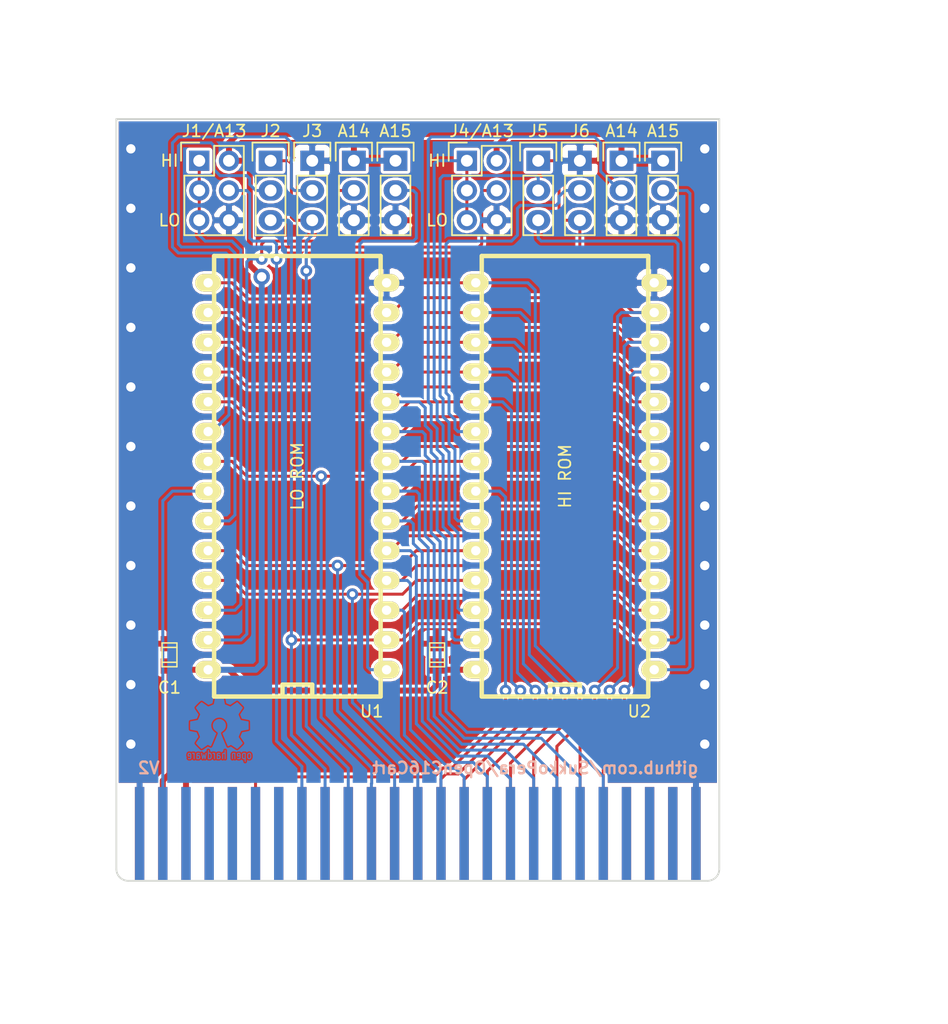
<source format=kicad_pcb>
(kicad_pcb (version 4) (host pcbnew 4.0.6)
  (layers (0 F.Cu signal) (31 B.Cu signal) (36 B.SilkS user) (37 F.SilkS user) (38 B.Mask user) (39 F.Mask user) (44 Edge.Cuts user))
  (net 0 "")
  (net 1 GND)
  (net 2 VCC)
  (net 3 /d7)
  (net 4 /d6)
  (net 5 /d4)
  (net 6 /d5)
  (net 7 /d3)
  (net 8 /d2)
  (net 9 /d1)
  (net 10 /d0)
  (net 11 /a10)
  (net 12 /a9)
  (net 13 /a8)
  (net 14 /a7)
  (net 15 /a6)
  (net 16 /a5)
  (net 17 /a4)
  (net 18 /a3)
  (net 19 /a2)
  (net 20 /a1)
  (net 21 /a0)
  (net 22 /a13_conn)
  (net 23 /a13_u1)
  (net 24 /a11_conn)
  (net 25 /a11_u1)
  (net 26 //ce_u1)
  (net 27 /a13_u2)
  (net 28 /a11_u2)
  (net 29 //ce_u2)
  (net 30 "Net-(J7-Pad6)")
  (net 31 "Net-(J7-PadB)")
  (net 32 /a12)
  (net 33 /a14_u1)
  (net 34 /a15_u1)
  (net 35 /a14_u2)
  (net 36 /a15_u2)
  (module smd_cap:c_0805 (layer F.Cu) (at 126.238 109.22 90)
    (fp_text reference C1 (at -2.794 0 180) (layer F.SilkS))
    (fp_text value C hide)
    (pad 1 smd rect (at 0.9525 0 90) (size 1.30048 1.4986) (layers F.Cu F.Mask) (net 1 GND))
    (pad 2 smd rect (at -0.9525 0 90) (size 1.30048 1.4986) (layers F.Cu F.Mask) (net 2 VCC))
  )
  (module smd_cap:c_0805 (layer F.Cu) (at 149.098 109.22 90)
    (fp_text reference C2 (at -2.794 0 180) (layer F.SilkS))
    (fp_text value C hide)
    (pad 1 smd rect (at 0.9525 0 90) (size 1.30048 1.4986) (layers F.Cu F.Mask) (net 1 GND))
    (pad 2 smd rect (at -0.9525 0 90) (size 1.30048 1.4986) (layers F.Cu F.Mask) (net 2 VCC))
  )
  (module Pin_Headers:Pin_Header_Straight_1x03 (layer F.Cu) (at 134.874 67.056)
    (fp_text reference J2 (at 0 -2.54) (layer F.SilkS))
    (fp_text value CONN_01X03 hide)
    (pad 1 thru_hole rect (at 0 0) (size 2.032 1.7272) (drill 1.016) (layers *.Cu *.Mask) (net 24 /a11_conn))
    (pad 2 thru_hole oval (at 0 2.54) (size 2.032 1.7272) (drill 1.016) (layers *.Cu *.Mask) (net 25 /a11_u1))
    (pad 3 thru_hole oval (at 0 5.08) (size 2.032 1.7272) (drill 1.016) (layers *.Cu *.Mask) (net 32 /a12))
  )
  (module Pin_Headers:Pin_Header_Straight_1x03 (layer F.Cu) (at 138.43 67.056)
    (fp_text reference J3 (at 0 -2.54) (layer F.SilkS))
    (fp_text value CONN_01X03 hide)
    (pad 1 thru_hole rect (at 0 0) (size 2.032 1.7272) (drill 1.016) (layers *.Cu *.Mask) (net 1 GND))
    (pad 2 thru_hole oval (at 0 2.54) (size 2.032 1.7272) (drill 1.016) (layers *.Cu *.Mask) (net 26 //ce_u1))
    (pad 3 thru_hole oval (at 0 5.08) (size 2.032 1.7272) (drill 1.016) (layers *.Cu *.Mask) (net 24 /a11_conn))
  )
  (module Pin_Headers:Pin_Header_Straight_1x03 (layer F.Cu) (at 157.734 67.056)
    (fp_text reference J5 (at 0 -2.54) (layer F.SilkS))
    (fp_text value CONN_01X03 hide)
    (pad 1 thru_hole rect (at 0 0) (size 2.032 1.7272) (drill 1.016) (layers *.Cu *.Mask) (net 24 /a11_conn))
    (pad 2 thru_hole oval (at 0 2.54) (size 2.032 1.7272) (drill 1.016) (layers *.Cu *.Mask) (net 28 /a11_u2))
    (pad 3 thru_hole oval (at 0 5.08) (size 2.032 1.7272) (drill 1.016) (layers *.Cu *.Mask) (net 32 /a12))
  )
  (module Pin_Headers:Pin_Header_Straight_1x03 (layer F.Cu) (at 161.29 67.056)
    (fp_text reference J6 (at 0 -2.54) (layer F.SilkS))
    (fp_text value CONN_01X03 hide)
    (pad 1 thru_hole rect (at 0 0) (size 2.032 1.7272) (drill 1.016) (layers *.Cu *.Mask) (net 1 GND))
    (pad 2 thru_hole oval (at 0 2.54) (size 2.032 1.7272) (drill 1.016) (layers *.Cu *.Mask) (net 29 //ce_u2))
    (pad 3 thru_hole oval (at 0 5.08) (size 2.032 1.7272) (drill 1.016) (layers *.Cu *.Mask) (net 24 /a11_conn))
  )
  (module Pin_Headers:Pin_Header_Straight_2x03 (layer F.Cu) (at 128.778 67.056)
    (fp_text reference J1/A13 (at 1.27 -2.54) (layer F.SilkS))
    (fp_text value CONN_02X03 hide)
    (pad 1 thru_hole rect (at 0 0) (size 1.7272 1.7272) (drill 1.016) (layers *.Cu *.Mask) (net 23 /a13_u1))
    (pad 2 thru_hole oval (at 2.54 0) (size 1.7272 1.7272) (drill 1.016) (layers *.Cu *.Mask) (net 2 VCC))
    (pad 3 thru_hole oval (at 0 2.54) (size 1.7272 1.7272) (drill 1.016) (layers *.Cu *.Mask) (net 23 /a13_u1))
    (pad 4 thru_hole oval (at 2.54 2.54) (size 1.7272 1.7272) (drill 1.016) (layers *.Cu *.Mask) (net 22 /a13_conn))
    (pad 5 thru_hole oval (at 0 5.08) (size 1.7272 1.7272) (drill 1.016) (layers *.Cu *.Mask) (net 23 /a13_u1))
    (pad 6 thru_hole oval (at 2.54 5.08) (size 1.7272 1.7272) (drill 1.016) (layers *.Cu *.Mask) (net 1 GND))
  )
  (module Pin_Headers:Pin_Header_Straight_2x03 (layer F.Cu) (at 151.638 67.056)
    (fp_text reference J4/A13 (at 1.27 -2.54) (layer F.SilkS))
    (fp_text value CONN_02X03 hide)
    (pad 1 thru_hole rect (at 0 0) (size 1.7272 1.7272) (drill 1.016) (layers *.Cu *.Mask) (net 27 /a13_u2))
    (pad 2 thru_hole oval (at 2.54 0) (size 1.7272 1.7272) (drill 1.016) (layers *.Cu *.Mask) (net 2 VCC))
    (pad 3 thru_hole oval (at 0 2.54) (size 1.7272 1.7272) (drill 1.016) (layers *.Cu *.Mask) (net 27 /a13_u2))
    (pad 4 thru_hole oval (at 2.54 2.54) (size 1.7272 1.7272) (drill 1.016) (layers *.Cu *.Mask) (net 22 /a13_conn))
    (pad 5 thru_hole oval (at 0 5.08) (size 1.7272 1.7272) (drill 1.016) (layers *.Cu *.Mask) (net 27 /a13_u2))
    (pad 6 thru_hole oval (at 2.54 5.08) (size 1.7272 1.7272) (drill 1.016) (layers *.Cu *.Mask) (net 1 GND))
  )
  (module Pin_Headers:Pin_Header_Straight_1x03 (layer F.Cu) (at 141.986 67.056)
    (fp_text reference A14 (at 0 -2.54) (layer F.SilkS))
    (fp_text value CONN_01X03 hide)
    (pad 1 thru_hole rect (at 0 0) (size 2.032 1.7272) (drill 1.016) (layers *.Cu *.Mask) (net 2 VCC))
    (pad 2 thru_hole oval (at 0 2.54) (size 2.032 1.7272) (drill 1.016) (layers *.Cu *.Mask) (net 33 /a14_u1))
    (pad 3 thru_hole oval (at 0 5.08) (size 2.032 1.7272) (drill 1.016) (layers *.Cu *.Mask) (net 1 GND))
  )
  (module Pin_Headers:Pin_Header_Straight_1x03 (layer F.Cu) (at 145.542 67.056)
    (fp_text reference A15 (at 0 -2.54) (layer F.SilkS))
    (fp_text value CONN_01X03 hide)
    (pad 1 thru_hole rect (at 0 0) (size 2.032 1.7272) (drill 1.016) (layers *.Cu *.Mask) (net 2 VCC))
    (pad 2 thru_hole oval (at 0 2.54) (size 2.032 1.7272) (drill 1.016) (layers *.Cu *.Mask) (net 34 /a15_u1))
    (pad 3 thru_hole oval (at 0 5.08) (size 2.032 1.7272) (drill 1.016) (layers *.Cu *.Mask) (net 1 GND))
  )
  (module Pin_Headers:Pin_Header_Straight_1x03 (layer F.Cu) (at 164.846 67.056)
    (fp_text reference A14 (at 0 -2.54) (layer F.SilkS))
    (fp_text value CONN_01X03 hide)
    (pad 1 thru_hole rect (at 0 0) (size 2.032 1.7272) (drill 1.016) (layers *.Cu *.Mask) (net 2 VCC))
    (pad 2 thru_hole oval (at 0 2.54) (size 2.032 1.7272) (drill 1.016) (layers *.Cu *.Mask) (net 35 /a14_u2))
    (pad 3 thru_hole oval (at 0 5.08) (size 2.032 1.7272) (drill 1.016) (layers *.Cu *.Mask) (net 1 GND))
  )
  (module Pin_Headers:Pin_Header_Straight_1x03 (layer F.Cu) (at 168.402 67.056)
    (fp_text reference A15 (at 0 -2.54) (layer F.SilkS))
    (fp_text value CONN_01X03 hide)
    (pad 1 thru_hole rect (at 0 0) (size 2.032 1.7272) (drill 1.016) (layers *.Cu *.Mask) (net 2 VCC))
    (pad 2 thru_hole oval (at 0 2.54) (size 2.032 1.7272) (drill 1.016) (layers *.Cu *.Mask) (net 36 /a15_u2))
    (pad 3 thru_hole oval (at 0 5.08) (size 2.032 1.7272) (drill 1.016) (layers *.Cu *.Mask) (net 1 GND))
  )
  (module pth_circuits:dil_28-600 (layer F.Cu) (at 137.16 93.98 90)
    (fp_text reference U1 (at -20.066 6.35 180) (layer F.SilkS))
    (fp_text value "LO ROM" (at 0 0 90) (layer F.SilkS))
    (pad 1 thru_hole oval (at -16.51 7.62 90) (size 1.50114 2.19964) (drill 0.8001) (layers *.Cu *.Mask F.SilkS) (net 34 /a15_u1))
    (pad 2 thru_hole oval (at -13.97 7.62 90) (size 1.50114 2.19964) (drill 0.8001) (layers *.Cu *.Mask F.SilkS) (net 32 /a12))
    (pad 3 thru_hole oval (at -11.43 7.62 90) (size 1.50114 2.19964) (drill 0.8001) (layers *.Cu *.Mask F.SilkS) (net 14 /a7))
    (pad 4 thru_hole oval (at -8.89 7.62 90) (size 1.50114 2.19964) (drill 0.8001) (layers *.Cu *.Mask F.SilkS) (net 15 /a6))
    (pad 5 thru_hole oval (at -6.35 7.62 90) (size 1.50114 2.19964) (drill 0.8001) (layers *.Cu *.Mask F.SilkS) (net 16 /a5))
    (pad 6 thru_hole oval (at -3.81 7.62 90) (size 1.50114 2.19964) (drill 0.8001) (layers *.Cu *.Mask F.SilkS) (net 17 /a4))
    (pad 7 thru_hole oval (at -1.27 7.62 90) (size 1.50114 2.19964) (drill 0.8001) (layers *.Cu *.Mask F.SilkS) (net 18 /a3))
    (pad 8 thru_hole oval (at 1.27 7.62 90) (size 1.50114 2.19964) (drill 0.8001) (layers *.Cu *.Mask F.SilkS) (net 19 /a2))
    (pad 9 thru_hole oval (at 3.81 7.62 90) (size 1.50114 2.19964) (drill 0.8001) (layers *.Cu *.Mask F.SilkS) (net 20 /a1))
    (pad 10 thru_hole oval (at 6.35 7.62 90) (size 1.50114 2.19964) (drill 0.8001) (layers *.Cu *.Mask F.SilkS) (net 21 /a0))
    (pad 11 thru_hole oval (at 8.89 7.62 90) (size 1.50114 2.19964) (drill 0.8001) (layers *.Cu *.Mask F.SilkS) (net 10 /d0))
    (pad 12 thru_hole oval (at 11.43 7.62 90) (size 1.50114 2.19964) (drill 0.8001) (layers *.Cu *.Mask F.SilkS) (net 9 /d1))
    (pad 13 thru_hole oval (at 13.97 7.62 90) (size 1.50114 2.19964) (drill 0.8001) (layers *.Cu *.Mask F.SilkS) (net 8 /d2))
    (pad 14 thru_hole oval (at 16.51 7.62 90) (size 1.50114 2.19964) (drill 0.8001) (layers *.Cu *.Mask F.SilkS) (net 1 GND))
    (pad 15 thru_hole oval (at 16.51 -7.62 90) (size 1.50114 2.19964) (drill 0.8001) (layers *.Cu *.Mask F.SilkS) (net 7 /d3))
    (pad 16 thru_hole oval (at 13.97 -7.62 90) (size 1.50114 2.19964) (drill 0.8001) (layers *.Cu *.Mask F.SilkS) (net 5 /d4))
    (pad 17 thru_hole oval (at 11.43 -7.62 90) (size 1.50114 2.19964) (drill 0.8001) (layers *.Cu *.Mask F.SilkS) (net 6 /d5))
    (pad 18 thru_hole oval (at 8.89 -7.62 90) (size 1.50114 2.19964) (drill 0.8001) (layers *.Cu *.Mask F.SilkS) (net 4 /d6))
    (pad 19 thru_hole oval (at 6.35 -7.62 90) (size 1.50114 2.19964) (drill 0.8001) (layers *.Cu *.Mask F.SilkS) (net 3 /d7))
    (pad 20 thru_hole oval (at 3.81 -7.62 90) (size 1.50114 2.19964) (drill 0.8001) (layers *.Cu *.Mask F.SilkS) (net 26 //ce_u1))
    (pad 21 thru_hole oval (at 1.27 -7.62 90) (size 1.50114 2.19964) (drill 0.8001) (layers *.Cu *.Mask F.SilkS) (net 11 /a10))
    (pad 22 thru_hole oval (at -1.27 -7.62 90) (size 1.50114 2.19964) (drill 0.8001) (layers *.Cu *.Mask F.SilkS) (net 31 "Net-(J7-PadB)"))
    (pad 23 thru_hole oval (at -3.81 -7.62 90) (size 1.50114 2.19964) (drill 0.8001) (layers *.Cu *.Mask F.SilkS) (net 25 /a11_u1))
    (pad 24 thru_hole oval (at -6.35 -7.62 90) (size 1.50114 2.19964) (drill 0.8001) (layers *.Cu *.Mask F.SilkS) (net 12 /a9))
    (pad 25 thru_hole oval (at -8.89 -7.62 90) (size 1.50114 2.19964) (drill 0.8001) (layers *.Cu *.Mask F.SilkS) (net 13 /a8))
    (pad 26 thru_hole oval (at -11.43 -7.62 90) (size 1.50114 2.19964) (drill 0.8001) (layers *.Cu *.Mask F.SilkS) (net 23 /a13_u1))
    (pad 27 thru_hole oval (at -13.97 -7.62 90) (size 1.50114 2.19964) (drill 0.8001) (layers *.Cu *.Mask F.SilkS) (net 33 /a14_u1))
    (pad 28 thru_hole oval (at -16.51 -7.62 90) (size 1.50114 2.19964) (drill 0.8001) (layers *.Cu *.Mask F.SilkS) (net 2 VCC))
  )
  (module pth_circuits:dil_28-600 (layer F.Cu) (at 160.02 93.98 90)
    (fp_text reference U2 (at -20.066 6.35 180) (layer F.SilkS))
    (fp_text value "HI ROM" (at 0 0 90) (layer F.SilkS))
    (pad 1 thru_hole oval (at -16.51 7.62 90) (size 1.50114 2.19964) (drill 0.8001) (layers *.Cu *.Mask F.SilkS) (net 36 /a15_u2))
    (pad 2 thru_hole oval (at -13.97 7.62 90) (size 1.50114 2.19964) (drill 0.8001) (layers *.Cu *.Mask F.SilkS) (net 32 /a12))
    (pad 3 thru_hole oval (at -11.43 7.62 90) (size 1.50114 2.19964) (drill 0.8001) (layers *.Cu *.Mask F.SilkS) (net 14 /a7))
    (pad 4 thru_hole oval (at -8.89 7.62 90) (size 1.50114 2.19964) (drill 0.8001) (layers *.Cu *.Mask F.SilkS) (net 15 /a6))
    (pad 5 thru_hole oval (at -6.35 7.62 90) (size 1.50114 2.19964) (drill 0.8001) (layers *.Cu *.Mask F.SilkS) (net 16 /a5))
    (pad 6 thru_hole oval (at -3.81 7.62 90) (size 1.50114 2.19964) (drill 0.8001) (layers *.Cu *.Mask F.SilkS) (net 17 /a4))
    (pad 7 thru_hole oval (at -1.27 7.62 90) (size 1.50114 2.19964) (drill 0.8001) (layers *.Cu *.Mask F.SilkS) (net 18 /a3))
    (pad 8 thru_hole oval (at 1.27 7.62 90) (size 1.50114 2.19964) (drill 0.8001) (layers *.Cu *.Mask F.SilkS) (net 19 /a2))
    (pad 9 thru_hole oval (at 3.81 7.62 90) (size 1.50114 2.19964) (drill 0.8001) (layers *.Cu *.Mask F.SilkS) (net 20 /a1))
    (pad 10 thru_hole oval (at 6.35 7.62 90) (size 1.50114 2.19964) (drill 0.8001) (layers *.Cu *.Mask F.SilkS) (net 21 /a0))
    (pad 11 thru_hole oval (at 8.89 7.62 90) (size 1.50114 2.19964) (drill 0.8001) (layers *.Cu *.Mask F.SilkS) (net 10 /d0))
    (pad 12 thru_hole oval (at 11.43 7.62 90) (size 1.50114 2.19964) (drill 0.8001) (layers *.Cu *.Mask F.SilkS) (net 9 /d1))
    (pad 13 thru_hole oval (at 13.97 7.62 90) (size 1.50114 2.19964) (drill 0.8001) (layers *.Cu *.Mask F.SilkS) (net 8 /d2))
    (pad 14 thru_hole oval (at 16.51 7.62 90) (size 1.50114 2.19964) (drill 0.8001) (layers *.Cu *.Mask F.SilkS) (net 1 GND))
    (pad 15 thru_hole oval (at 16.51 -7.62 90) (size 1.50114 2.19964) (drill 0.8001) (layers *.Cu *.Mask F.SilkS) (net 7 /d3))
    (pad 16 thru_hole oval (at 13.97 -7.62 90) (size 1.50114 2.19964) (drill 0.8001) (layers *.Cu *.Mask F.SilkS) (net 5 /d4))
    (pad 17 thru_hole oval (at 11.43 -7.62 90) (size 1.50114 2.19964) (drill 0.8001) (layers *.Cu *.Mask F.SilkS) (net 6 /d5))
    (pad 18 thru_hole oval (at 8.89 -7.62 90) (size 1.50114 2.19964) (drill 0.8001) (layers *.Cu *.Mask F.SilkS) (net 4 /d6))
    (pad 19 thru_hole oval (at 6.35 -7.62 90) (size 1.50114 2.19964) (drill 0.8001) (layers *.Cu *.Mask F.SilkS) (net 3 /d7))
    (pad 20 thru_hole oval (at 3.81 -7.62 90) (size 1.50114 2.19964) (drill 0.8001) (layers *.Cu *.Mask F.SilkS) (net 29 //ce_u2))
    (pad 21 thru_hole oval (at 1.27 -7.62 90) (size 1.50114 2.19964) (drill 0.8001) (layers *.Cu *.Mask F.SilkS) (net 11 /a10))
    (pad 22 thru_hole oval (at -1.27 -7.62 90) (size 1.50114 2.19964) (drill 0.8001) (layers *.Cu *.Mask F.SilkS) (net 30 "Net-(J7-Pad6)"))
    (pad 23 thru_hole oval (at -3.81 -7.62 90) (size 1.50114 2.19964) (drill 0.8001) (layers *.Cu *.Mask F.SilkS) (net 28 /a11_u2))
    (pad 24 thru_hole oval (at -6.35 -7.62 90) (size 1.50114 2.19964) (drill 0.8001) (layers *.Cu *.Mask F.SilkS) (net 12 /a9))
    (pad 25 thru_hole oval (at -8.89 -7.62 90) (size 1.50114 2.19964) (drill 0.8001) (layers *.Cu *.Mask F.SilkS) (net 13 /a8))
    (pad 26 thru_hole oval (at -11.43 -7.62 90) (size 1.50114 2.19964) (drill 0.8001) (layers *.Cu *.Mask F.SilkS) (net 27 /a13_u2))
    (pad 27 thru_hole oval (at -13.97 -7.62 90) (size 1.50114 2.19964) (drill 0.8001) (layers *.Cu *.Mask F.SilkS) (net 35 /a14_u2))
    (pad 28 thru_hole oval (at -16.51 -7.62 90) (size 1.50114 2.19964) (drill 0.8001) (layers *.Cu *.Mask F.SilkS) (net 2 VCC))
  )
  (module C16_Cart_Conn:C16_Cart_Conn (layer F.Cu) (at 147.447 124.5)
    (fp_text reference J7 hide)
    (fp_text value C16-Exp-Port hide)
    (pad 6 smd rect (at -13.86 0) (size 0.8 8) (layers F.Cu) (net 30 "Net-(J7-Pad6)"))
    (pad 3 smd rect (at -19.8 0) (size 0.8 8) (layers F.Cu) (net 2 VCC))
    (pad 7 smd rect (at -11.88 0) (size 0.8 8) (layers F.Cu))
    (pad 8 smd rect (at -9.9 0) (size 0.8 8) (layers F.Cu))
    (pad 9 smd rect (at -7.92 0) (size 0.8 8) (layers F.Cu))
    (pad 10 smd rect (at -5.94 0) (size 0.8 8) (layers F.Cu))
    (pad 11 smd rect (at -3.96 0) (size 0.8 8) (layers F.Cu))
    (pad 12 smd rect (at -1.98 0) (size 0.8 8) (layers F.Cu))
    (pad 2 smd rect (at -21.78 0) (size 0.8 8) (layers F.Cu) (net 2 VCC))
    (pad 13 smd rect (at 0 0) (size 0.8 8) (layers F.Cu))
    (pad 14 smd rect (at 1.98 0) (size 0.8 8) (layers F.Cu) (net 3 /d7))
    (pad 15 smd rect (at 3.96 0) (size 0.8 8) (layers F.Cu) (net 4 /d6))
    (pad 17 smd rect (at 7.92 0) (size 0.8 8) (layers F.Cu) (net 5 /d4))
    (pad 16 smd rect (at 5.94 0) (size 0.8 8) (layers F.Cu) (net 6 /d5))
    (pad 18 smd rect (at 9.9 0) (size 0.8 8) (layers F.Cu) (net 7 /d3))
    (pad 19 smd rect (at 11.88 0) (size 0.8 8) (layers F.Cu) (net 8 /d2))
    (pad 20 smd rect (at 13.86 0) (size 0.8 8) (layers F.Cu) (net 9 /d1))
    (pad 21 smd rect (at 15.84 0) (size 0.8 8) (layers F.Cu) (net 10 /d0))
    (pad 25 smd rect (at 23.76 0) (size 0.8 8) (layers F.Cu) (net 1 GND))
    (pad 22 smd rect (at 17.82 0) (size 0.8 8) (layers F.Cu))
    (pad 1 smd rect (at -23.76 0) (size 0.8 8) (layers F.Cu) (net 1 GND))
    (pad 4 smd rect (at -17.82 0) (size 0.8 8) (layers F.Cu))
    (pad 5 smd rect (at -15.84 0) (size 0.8 8) (layers F.Cu))
    (pad 23 smd rect (at 19.8 0) (size 0.8 8) (layers F.Cu))
    (pad 24 smd rect (at 21.78 0) (size 0.8 8) (layers F.Cu))
    (pad B smd rect (at -21.78 0) (size 0.8 8) (layers B.Cu) (net 31 "Net-(J7-PadB)"))
    (pad A smd rect (at -23.76 0) (size 0.8 8) (layers B.Cu) (net 1 GND))
    (pad C smd rect (at -19.8 0) (size 0.8 8) (layers B.Cu))
    (pad D smd rect (at -17.82 0) (size 0.8 8) (layers B.Cu))
    (pad E smd rect (at -15.84 0) (size 0.8 8) (layers B.Cu))
    (pad F smd rect (at -13.86 0) (size 0.8 8) (layers B.Cu))
    (pad H smd rect (at -11.88 0) (size 0.8 8) (layers B.Cu))
    (pad J smd rect (at -9.9 0) (size 0.8 8) (layers B.Cu) (net 22 /a13_conn))
    (pad K smd rect (at -7.92 0) (size 0.8 8) (layers B.Cu) (net 32 /a12))
    (pad L smd rect (at -5.94 0) (size 0.8 8) (layers B.Cu) (net 24 /a11_conn))
    (pad M smd rect (at -3.96 0) (size 0.8 8) (layers B.Cu) (net 11 /a10))
    (pad N smd rect (at -1.98 0) (size 0.8 8) (layers B.Cu) (net 12 /a9))
    (pad P smd rect (at 0 0) (size 0.8 8) (layers B.Cu) (net 13 /a8))
    (pad R smd rect (at 1.98 0) (size 0.8 8) (layers B.Cu) (net 14 /a7))
    (pad S smd rect (at 3.96 0) (size 0.8 8) (layers B.Cu) (net 15 /a6))
    (pad T smd rect (at 5.94 0) (size 0.8 8) (layers B.Cu) (net 16 /a5))
    (pad U smd rect (at 7.92 0) (size 0.8 8) (layers B.Cu) (net 17 /a4))
    (pad V smd rect (at 9.9 0) (size 0.8 8) (layers B.Cu) (net 18 /a3))
    (pad W smd rect (at 11.88 0) (size 0.8 8) (layers B.Cu) (net 19 /a2))
    (pad X smd rect (at 13.86 0) (size 0.8 8) (layers B.Cu) (net 20 /a1))
    (pad Y smd rect (at 15.84 0) (size 0.8 8) (layers B.Cu) (net 21 /a0))
    (pad Z smd rect (at 17.82 0) (size 0.8 8) (layers B.Cu))
    (pad AA smd rect (at 19.8 0) (size 0.8 8) (layers B.Cu))
    (pad BB smd rect (at 21.78 0) (size 0.8 8) (layers B.Cu))
    (pad CC smd rect (at 23.76 0) (size 0.8 8) (layers B.Cu) (net 1 GND))
  )
  (module w_logo:Logo_copper_OSHW_6x6mm (layer B.Cu) (at 130.5 115 180)
    (fp_text reference G*** hide)
    (fp_text value LOGO hide)
    (fp_line (start 2.16 -2.62) (end 2.16 -3.08) (layer B.Cu) (width 0.075))
    (fp_line (start 2.25 -2.62) (end 2.3 -2.62) (layer B.Cu) (width 0.075))
    (fp_line (start 2.2 -2.65) (end 2.25 -2.62) (layer B.Cu) (width 0.075))
    (fp_line (start 2.18 -2.67) (end 2.2 -2.65) (layer B.Cu) (width 0.075))
    (fp_line (start 2.16 -2.74) (end 2.18 -2.67) (layer B.Cu) (width 0.075))
    (fp_line (start 2.6 -3.08) (end 2.65 -3.05) (layer B.Cu) (width 0.075))
    (fp_line (start 2.5 -3.08) (end 2.6 -3.08) (layer B.Cu) (width 0.075))
    (fp_line (start 2.46 -3.05) (end 2.5 -3.08) (layer B.Cu) (width 0.075))
    (fp_line (start 2.44 -2.98) (end 2.46 -3.05) (layer B.Cu) (width 0.075))
    (fp_line (start 2.44 -2.71) (end 2.44 -2.98) (layer B.Cu) (width 0.075))
    (fp_line (start 2.47 -2.65) (end 2.44 -2.71) (layer B.Cu) (width 0.075))
    (fp_line (start 2.51 -2.62) (end 2.47 -2.65) (layer B.Cu) (width 0.075))
    (fp_line (start 2.61 -2.62) (end 2.51 -2.62) (layer B.Cu) (width 0.075))
    (fp_line (start 2.65 -2.66) (end 2.61 -2.62) (layer B.Cu) (width 0.075))
    (fp_line (start 2.67 -2.73) (end 2.65 -2.66) (layer B.Cu) (width 0.075))
    (fp_line (start 2.67 -2.85) (end 2.67 -2.73) (layer B.Cu) (width 0.075))
    (fp_line (start 2.67 -2.85) (end 2.44 -2.85) (layer B.Cu) (width 0.075))
    (fp_line (start 1.92 -2.71) (end 1.92 -3.08) (layer B.Cu) (width 0.075))
    (fp_line (start 1.89 -2.65) (end 1.92 -2.71) (layer B.Cu) (width 0.075))
    (fp_line (start 1.85 -2.62) (end 1.89 -2.65) (layer B.Cu) (width 0.075))
    (fp_line (start 1.75 -2.62) (end 1.85 -2.62) (layer B.Cu) (width 0.075))
    (fp_line (start 1.7 -2.65) (end 1.75 -2.62) (layer B.Cu) (width 0.075))
    (fp_line (start 1.76 -2.81) (end 1.71 -2.84) (layer B.Cu) (width 0.075))
    (fp_line (start 1.88 -2.81) (end 1.76 -2.81) (layer B.Cu) (width 0.075))
    (fp_line (start 1.92 -2.78) (end 1.88 -2.81) (layer B.Cu) (width 0.075))
    (fp_line (start 1.87 -3.08) (end 1.92 -3.04) (layer B.Cu) (width 0.075))
    (fp_line (start 1.75 -3.08) (end 1.87 -3.08) (layer B.Cu) (width 0.075))
    (fp_line (start 1.7 -3.04) (end 1.75 -3.08) (layer B.Cu) (width 0.075))
    (fp_line (start 1.68 -2.98) (end 1.7 -3.04) (layer B.Cu) (width 0.075))
    (fp_line (start 1.68 -2.91) (end 1.68 -2.98) (layer B.Cu) (width 0.075))
    (fp_line (start 1.71 -2.84) (end 1.68 -2.91) (layer B.Cu) (width 0.075))
    (fp_line (start 1.13 -2.62) (end 1.23 -3.08) (layer B.Cu) (width 0.075))
    (fp_line (start 1.23 -3.08) (end 1.32 -2.74) (layer B.Cu) (width 0.075))
    (fp_line (start 1.32 -2.74) (end 1.42 -3.08) (layer B.Cu) (width 0.075))
    (fp_line (start 1.42 -3.08) (end 1.52 -2.62) (layer B.Cu) (width 0.075))
    (fp_line (start 0.94 -3.05) (end 0.9 -3.08) (layer B.Cu) (width 0.075))
    (fp_line (start 0.9 -3.08) (end 0.79 -3.08) (layer B.Cu) (width 0.075))
    (fp_line (start 0.79 -3.08) (end 0.75 -3.05) (layer B.Cu) (width 0.075))
    (fp_line (start 0.75 -3.05) (end 0.73 -3.02) (layer B.Cu) (width 0.075))
    (fp_line (start 0.73 -3.02) (end 0.7 -2.95) (layer B.Cu) (width 0.075))
    (fp_line (start 0.7 -2.95) (end 0.7 -2.75) (layer B.Cu) (width 0.075))
    (fp_line (start 0.7 -2.75) (end 0.73 -2.68) (layer B.Cu) (width 0.075))
    (fp_line (start 0.73 -2.68) (end 0.75 -2.65) (layer B.Cu) (width 0.075))
    (fp_line (start 0.75 -2.65) (end 0.81 -2.61) (layer B.Cu) (width 0.075))
    (fp_line (start 0.81 -2.61) (end 0.88 -2.61) (layer B.Cu) (width 0.075))
    (fp_line (start 0.88 -2.61) (end 0.94 -2.65) (layer B.Cu) (width 0.075))
    (fp_line (start 0.94 -2.38) (end 0.94 -3.08) (layer B.Cu) (width 0.075))
    (fp_line (start 0.42 -2.74) (end 0.44 -2.67) (layer B.Cu) (width 0.075))
    (fp_line (start 0.44 -2.67) (end 0.46 -2.65) (layer B.Cu) (width 0.075))
    (fp_line (start 0.46 -2.65) (end 0.51 -2.62) (layer B.Cu) (width 0.075))
    (fp_line (start 0.51 -2.62) (end 0.56 -2.62) (layer B.Cu) (width 0.075))
    (fp_line (start 0.42 -2.62) (end 0.42 -3.08) (layer B.Cu) (width 0.075))
    (fp_line (start -0.03 -2.84) (end -0.06 -2.91) (layer B.Cu) (width 0.075))
    (fp_line (start -0.06 -2.91) (end -0.06 -2.98) (layer B.Cu) (width 0.075))
    (fp_line (start -0.06 -2.98) (end -0.04 -3.04) (layer B.Cu) (width 0.075))
    (fp_line (start -0.04 -3.04) (end 0.01 -3.08) (layer B.Cu) (width 0.075))
    (fp_line (start 0.01 -3.08) (end 0.13 -3.08) (layer B.Cu) (width 0.075))
    (fp_line (start 0.13 -3.08) (end 0.18 -3.04) (layer B.Cu) (width 0.075))
    (fp_line (start 0.18 -2.78) (end 0.14 -2.81) (layer B.Cu) (width 0.075))
    (fp_line (start 0.14 -2.81) (end 0.02 -2.81) (layer B.Cu) (width 0.075))
    (fp_line (start 0.02 -2.81) (end -0.03 -2.84) (layer B.Cu) (width 0.075))
    (fp_line (start -0.04 -2.65) (end 0.01 -2.62) (layer B.Cu) (width 0.075))
    (fp_line (start 0.01 -2.62) (end 0.11 -2.62) (layer B.Cu) (width 0.075))
    (fp_line (start 0.11 -2.62) (end 0.15 -2.65) (layer B.Cu) (width 0.075))
    (fp_line (start 0.15 -2.65) (end 0.18 -2.71) (layer B.Cu) (width 0.075))
    (fp_line (start 0.18 -2.71) (end 0.18 -3.08) (layer B.Cu) (width 0.075))
    (fp_line (start -0.49 -2.69) (end -0.47 -2.65) (layer B.Cu) (width 0.075))
    (fp_line (start -0.47 -2.65) (end -0.42 -2.62) (layer B.Cu) (width 0.075))
    (fp_line (start -0.42 -2.62) (end -0.34 -2.62) (layer B.Cu) (width 0.075))
    (fp_line (start -0.34 -2.62) (end -0.3 -2.65) (layer B.Cu) (width 0.075))
    (fp_line (start -0.3 -2.65) (end -0.28 -2.71) (layer B.Cu) (width 0.075))
    (fp_line (start -0.28 -2.71) (end -0.28 -3.08) (layer B.Cu) (width 0.075))
    (fp_line (start -0.49 -2.38) (end -0.49 -3.08) (layer B.Cu) (width 0.075))
    (fp_line (start -1.54 -2.85) (end -1.77 -2.85) (layer B.Cu) (width 0.075))
    (fp_line (start -1.32 -2.68) (end -1.3 -2.65) (layer B.Cu) (width 0.075))
    (fp_line (start -1.3 -2.65) (end -1.26 -2.62) (layer B.Cu) (width 0.075))
    (fp_line (start -1.26 -2.62) (end -1.17 -2.62) (layer B.Cu) (width 0.075))
    (fp_line (start -1.17 -2.62) (end -1.13 -2.65) (layer B.Cu) (width 0.075))
    (fp_line (start -1.13 -2.65) (end -1.11 -2.71) (layer B.Cu) (width 0.075))
    (fp_line (start -1.11 -2.71) (end -1.11 -3.08) (layer B.Cu) (width 0.075))
    (fp_line (start -1.32 -2.62) (end -1.32 -3.08) (layer B.Cu) (width 0.075))
    (fp_line (start -1.54 -2.85) (end -1.54 -2.73) (layer B.Cu) (width 0.075))
    (fp_line (start -1.54 -2.73) (end -1.56 -2.66) (layer B.Cu) (width 0.075))
    (fp_line (start -1.56 -2.66) (end -1.6 -2.62) (layer B.Cu) (width 0.075))
    (fp_line (start -1.6 -2.62) (end -1.7 -2.62) (layer B.Cu) (width 0.075))
    (fp_line (start -1.7 -2.62) (end -1.74 -2.65) (layer B.Cu) (width 0.075))
    (fp_line (start -1.74 -2.65) (end -1.77 -2.71) (layer B.Cu) (width 0.075))
    (fp_line (start -1.77 -2.71) (end -1.77 -2.98) (layer B.Cu) (width 0.075))
    (fp_line (start -1.77 -2.98) (end -1.75 -3.05) (layer B.Cu) (width 0.075))
    (fp_line (start -1.75 -3.05) (end -1.71 -3.08) (layer B.Cu) (width 0.075))
    (fp_line (start -1.71 -3.08) (end -1.61 -3.08) (layer B.Cu) (width 0.075))
    (fp_line (start -1.61 -3.08) (end -1.56 -3.05) (layer B.Cu) (width 0.075))
    (fp_line (start -2.2 -2.65) (end -2.16 -2.62) (layer B.Cu) (width 0.075))
    (fp_line (start -2.16 -2.62) (end -2.06 -2.62) (layer B.Cu) (width 0.075))
    (fp_line (start -2.06 -2.62) (end -2.02 -2.65) (layer B.Cu) (width 0.075))
    (fp_line (start -2.02 -2.65) (end -1.99 -2.68) (layer B.Cu) (width 0.075))
    (fp_line (start -1.99 -2.68) (end -1.97 -2.74) (layer B.Cu) (width 0.075))
    (fp_line (start -1.97 -2.74) (end -1.97 -2.96) (layer B.Cu) (width 0.075))
    (fp_line (start -1.97 -2.96) (end -1.99 -3.02) (layer B.Cu) (width 0.075))
    (fp_line (start -1.99 -3.02) (end -2.01 -3.05) (layer B.Cu) (width 0.075))
    (fp_line (start -2.01 -3.05) (end -2.05 -3.08) (layer B.Cu) (width 0.075))
    (fp_line (start -2.05 -3.08) (end -2.15 -3.08) (layer B.Cu) (width 0.075))
    (fp_line (start -2.15 -3.08) (end -2.2 -3.05) (layer B.Cu) (width 0.075))
    (fp_line (start -2.2 -3.32) (end -2.2 -2.62) (layer B.Cu) (width 0.075))
    (fp_line (start -2.51 -2.62) (end -2.59 -2.62) (layer B.Cu) (width 0.075))
    (fp_line (start -2.59 -2.62) (end -2.63 -2.65) (layer B.Cu) (width 0.075))
    (fp_line (start -2.63 -2.65) (end -2.65 -2.68) (layer B.Cu) (width 0.075))
    (fp_line (start -2.65 -2.68) (end -2.68 -2.75) (layer B.Cu) (width 0.075))
    (fp_line (start -2.59 -3.08) (end -2.51 -3.08) (layer B.Cu) (width 0.075))
    (fp_line (start -2.51 -3.08) (end -2.46 -3.05) (layer B.Cu) (width 0.075))
    (fp_line (start -2.46 -3.05) (end -2.44 -3.02) (layer B.Cu) (width 0.075))
    (fp_line (start -2.44 -3.02) (end -2.42 -2.95) (layer B.Cu) (width 0.075))
    (fp_line (start -2.42 -2.95) (end -2.42 -2.75) (layer B.Cu) (width 0.075))
    (fp_line (start -2.42 -2.75) (end -2.44 -2.69) (layer B.Cu) (width 0.075))
    (fp_line (start -2.44 -2.69) (end -2.46 -2.66) (layer B.Cu) (width 0.075))
    (fp_line (start -2.46 -2.66) (end -2.51 -2.62) (layer B.Cu) (width 0.075))
    (fp_line (start -2.68 -2.75) (end -2.68 -2.95) (layer B.Cu) (width 0.075))
    (fp_line (start -2.68 -2.95) (end -2.66 -3.01) (layer B.Cu) (width 0.075))
    (fp_line (start -2.66 -3.01) (end -2.64 -3.04) (layer B.Cu) (width 0.075))
    (fp_line (start -2.64 -3.04) (end -2.59 -3.08) (layer B.Cu) (width 0.075))
    (fp_poly (pts (xy -1.51384 -2.24536) (xy -1.48844 -2.23012) (xy -1.43002 -2.19456) (xy -1.3462 -2.13868) (xy -1.24714 -2.07264) (xy -1.14808 -2.0066) (xy -1.0668 -1.95326) (xy -1.01092 -1.91516) (xy -0.98552 -1.90246) (xy -0.97282 -1.90754) (xy -0.9271 -1.9304) (xy -0.85852 -1.96596) (xy -0.81788 -1.98628) (xy -0.75692 -2.01168) (xy -0.7239 -2.0193) (xy -0.71882 -2.00914) (xy -0.69596 -1.96088) (xy -0.6604 -1.8796) (xy -0.61468 -1.77038) (xy -0.5588 -1.64338) (xy -0.50292 -1.50876) (xy -0.4445 -1.36906) (xy -0.38862 -1.23444) (xy -0.34036 -1.11506) (xy -0.29972 -1.01854) (xy -0.27432 -0.94996) (xy -0.26416 -0.92202) (xy -0.2667 -0.9144) (xy -0.29972 -0.88392) (xy -0.35306 -0.84328) (xy -0.47244 -0.74676) (xy -0.58928 -0.60198) (xy -0.6604 -0.43688) (xy -0.68326 -0.25146) (xy -0.66294 -0.08128) (xy -0.5969 0.08128) (xy -0.4826 0.2286) (xy -0.3429 0.33782) (xy -0.18034 0.4064) (xy 0 0.42926) (xy 0.17272 0.40894) (xy 0.34036 0.3429) (xy 0.48768 0.23114) (xy 0.55118 0.16002) (xy 0.63754 0.01016) (xy 0.6858 -0.14732) (xy 0.69088 -0.18796) (xy 0.68326 -0.36322) (xy 0.63246 -0.5334) (xy 0.53848 -0.68326) (xy 0.40894 -0.80772) (xy 0.3937 -0.81788) (xy 0.33528 -0.8636) (xy 0.29464 -0.89408) (xy 0.26416 -0.91948) (xy 0.48768 -1.45796) (xy 0.52324 -1.54178) (xy 0.5842 -1.6891) (xy 0.63754 -1.8161) (xy 0.68072 -1.9177) (xy 0.7112 -1.98374) (xy 0.7239 -2.01168) (xy 0.7239 -2.01422) (xy 0.74422 -2.01676) (xy 0.78486 -2.00152) (xy 0.86106 -1.96596) (xy 0.90932 -1.94056) (xy 0.96774 -1.91262) (xy 0.99314 -1.90246) (xy 1.016 -1.91516) (xy 1.06934 -1.95072) (xy 1.15062 -2.00406) (xy 1.24714 -2.06756) (xy 1.33858 -2.13106) (xy 1.4224 -2.18694) (xy 1.48336 -2.22504) (xy 1.51384 -2.24282) (xy 1.51892 -2.24282) (xy 1.54432 -2.22758) (xy 1.59258 -2.18694) (xy 1.66624 -2.11836) (xy 1.77038 -2.01422) (xy 1.78562 -1.99898) (xy 1.87198 -1.91262) (xy 1.94056 -1.83896) (xy 1.98628 -1.78816) (xy 2.00406 -1.7653) (xy 2.00406 -1.7653) (xy 1.98882 -1.73482) (xy 1.95072 -1.67386) (xy 1.89484 -1.5875) (xy 1.82626 -1.48844) (xy 1.64846 -1.22936) (xy 1.74498 -0.98552) (xy 1.77546 -0.90932) (xy 1.81356 -0.82042) (xy 1.8415 -0.75438) (xy 1.85674 -0.72644) (xy 1.88214 -0.71628) (xy 1.95072 -0.70104) (xy 2.04724 -0.68072) (xy 2.16154 -0.6604) (xy 2.2733 -0.64008) (xy 2.37236 -0.61976) (xy 2.44348 -0.60706) (xy 2.4765 -0.59944) (xy 2.48412 -0.59436) (xy 2.49174 -0.57912) (xy 2.49428 -0.5461) (xy 2.49682 -0.48514) (xy 2.49936 -0.39116) (xy 2.49936 -0.25146) (xy 2.49936 -0.23622) (xy 2.49682 -0.10668) (xy 2.49428 0) (xy 2.49174 0.06604) (xy 2.48666 0.09398) (xy 2.48666 0.09398) (xy 2.45618 0.1016) (xy 2.38506 0.11684) (xy 2.286 0.13462) (xy 2.16662 0.15748) (xy 2.159 0.16002) (xy 2.04216 0.18288) (xy 1.9431 0.2032) (xy 1.87198 0.21844) (xy 1.84404 0.2286) (xy 1.83642 0.23622) (xy 1.81356 0.28194) (xy 1.78054 0.3556) (xy 1.7399 0.4445) (xy 1.7018 0.53848) (xy 1.66878 0.6223) (xy 1.64592 0.68326) (xy 1.6383 0.7112) (xy 1.64084 0.71374) (xy 1.65862 0.74168) (xy 1.69926 0.80264) (xy 1.75514 0.88646) (xy 1.82372 0.98806) (xy 1.8288 0.99568) (xy 1.89738 1.09474) (xy 1.95326 1.1811) (xy 1.98882 1.23952) (xy 2.00406 1.26746) (xy 2.00406 1.27) (xy 1.9812 1.30048) (xy 1.9304 1.35636) (xy 1.85674 1.43256) (xy 1.77038 1.52146) (xy 1.74244 1.54686) (xy 1.64338 1.64338) (xy 1.57734 1.70434) (xy 1.53416 1.73736) (xy 1.51384 1.74498) (xy 1.51384 1.74498) (xy 1.48336 1.7272) (xy 1.41986 1.68656) (xy 1.33604 1.62814) (xy 1.23444 1.55956) (xy 1.22682 1.55448) (xy 1.12776 1.4859) (xy 1.04394 1.43002) (xy 0.98552 1.38938) (xy 0.95758 1.37414) (xy 0.95504 1.37414) (xy 0.9144 1.38684) (xy 0.84328 1.41224) (xy 0.75438 1.44526) (xy 0.66294 1.48336) (xy 0.57912 1.51892) (xy 0.51562 1.54686) (xy 0.48514 1.56464) (xy 0.48514 1.56464) (xy 0.47498 1.6002) (xy 0.4572 1.6764) (xy 0.43688 1.778) (xy 0.41148 1.89992) (xy 0.40894 1.92024) (xy 0.38608 2.03962) (xy 0.3683 2.13868) (xy 0.35306 2.20726) (xy 0.34544 2.2352) (xy 0.3302 2.23774) (xy 0.27178 2.24282) (xy 0.18288 2.24536) (xy 0.07366 2.24536) (xy -0.0381 2.24536) (xy -0.14732 2.24282) (xy -0.2413 2.24028) (xy -0.30988 2.2352) (xy -0.33782 2.23012) (xy -0.33782 2.22758) (xy -0.34798 2.18948) (xy -0.36576 2.11582) (xy -0.38608 2.01168) (xy -0.40894 1.88976) (xy -0.41402 1.8669) (xy -0.43688 1.75006) (xy -0.4572 1.651) (xy -0.4699 1.58496) (xy -0.47752 1.55702) (xy -0.49022 1.55194) (xy -0.53848 1.53162) (xy -0.61722 1.4986) (xy -0.71628 1.45796) (xy -0.94488 1.36652) (xy -1.22682 1.55702) (xy -1.25222 1.5748) (xy -1.35382 1.64338) (xy -1.4351 1.69926) (xy -1.49352 1.73736) (xy -1.51638 1.75006) (xy -1.51892 1.75006) (xy -1.54686 1.72466) (xy -1.60274 1.67132) (xy -1.67894 1.59766) (xy -1.76784 1.5113) (xy -1.83134 1.44526) (xy -1.91008 1.36652) (xy -1.95834 1.31318) (xy -1.98628 1.28016) (xy -1.9939 1.25984) (xy -1.99136 1.2446) (xy -1.97358 1.21666) (xy -1.93294 1.1557) (xy -1.87452 1.06934) (xy -1.80594 0.97028) (xy -1.75006 0.88646) (xy -1.6891 0.79248) (xy -1.651 0.72644) (xy -1.63576 0.69342) (xy -1.64084 0.68072) (xy -1.65862 0.62484) (xy -1.69418 0.54102) (xy -1.73482 0.44196) (xy -1.83388 0.22098) (xy -1.97866 0.19304) (xy -2.06756 0.17526) (xy -2.18948 0.1524) (xy -2.30886 0.12954) (xy -2.49174 0.09398) (xy -2.49936 -0.58166) (xy -2.47142 -0.59436) (xy -2.44348 -0.60198) (xy -2.3749 -0.61722) (xy -2.27838 -0.63754) (xy -2.16154 -0.65786) (xy -2.06502 -0.67564) (xy -1.96596 -0.69596) (xy -1.89484 -0.70866) (xy -1.86436 -0.71628) (xy -1.8542 -0.72644) (xy -1.83134 -0.7747) (xy -1.79578 -0.8509) (xy -1.75514 -0.94234) (xy -1.71704 -1.03632) (xy -1.68148 -1.12522) (xy -1.65862 -1.19126) (xy -1.64846 -1.22428) (xy -1.66116 -1.25222) (xy -1.69926 -1.31064) (xy -1.7526 -1.39192) (xy -1.82118 -1.49098) (xy -1.88722 -1.5875) (xy -1.94564 -1.67132) (xy -1.98374 -1.73228) (xy -2.00152 -1.76022) (xy -1.99136 -1.778) (xy -1.95326 -1.82626) (xy -1.8796 -1.90246) (xy -1.76784 -2.01168) (xy -1.75006 -2.02946) (xy -1.6637 -2.11328) (xy -1.59004 -2.18186) (xy -1.5367 -2.22758) (xy -1.51384 -2.24536)) (layer B.Cu) (width 0.00254))
  )
  (gr_text HI (at 126.238 67.056) (layer F.SilkS) (effects (font (size 1 1))))
  (gr_text LO (at 126.238 72.136) (layer F.SilkS) (effects (font (size 1 1))))
  (gr_text LO (at 149.098 72.136) (layer F.SilkS) (effects (font (size 1 1))))
  (gr_text HI (at 149.098 67.056) (layer F.SilkS) (effects (font (size 1 1))))
  (gr_arc (start 172.2 127.5) (end 173.2 127.5) (angle 90) (layer Edge.Cuts) (width 0.15))
  (gr_arc (start 122.7 127.5) (end 122.7 128.5) (angle 90) (layer Edge.Cuts) (width 0.15))
  (gr_text V2 (at 124.46 118.872) (layer B.SilkS) (effects (font (size 1 1) (thickness 0.2)) (justify mirror)))
  (gr_text github.com/SukkoPera/OpenC16Cart (at 157.48 118.872) (layer B.SilkS) (effects (font (size 1 1) (thickness 0.2)) (justify mirror)))
  (gr_line (start 121.7 63.5) (end 121.7 127.5) (layer Edge.Cuts) (width 0.15))
  (gr_line (start 173.2 63.5) (end 121.7 63.5) (layer Edge.Cuts) (width 0.15))
  (gr_line (start 173.2 127.5) (end 173.2 63.5) (layer Edge.Cuts) (width 0.15))
  (gr_line (start 122.7 128.5) (end 172.2 128.5) (layer Edge.Cuts) (width 0.15))
  (segment (start 171.207 124.5) (end 171.207 117.591) (width 0.508) (layer F.Cu) (net 1))
  (segment (start 171.207 117.591) (end 171.958 116.84) (width 0.508) (layer F.Cu) (net 1))
  (segment (start 171.207 124.5) (end 171.207 117.591) (width 0.508) (layer B.Cu) (net 1))
  (segment (start 171.207 117.591) (end 171.958 116.84) (width 0.508) (layer B.Cu) (net 1))
  (segment (start 122.936 118.618) (end 123.687 119.369) (width 0.508) (layer B.Cu) (net 1))
  (segment (start 123.687 119.369) (end 123.687 124.5) (width 0.508) (layer B.Cu) (net 1))
  (segment (start 122.936 116.84) (end 122.936 118.618) (width 0.508) (layer B.Cu) (net 1))
  (segment (start 122.936 118.618) (end 123.687 119.369) (width 0.508) (layer F.Cu) (net 1))
  (segment (start 123.687 119.369) (end 123.687 124.5) (width 0.508) (layer F.Cu) (net 1))
  (segment (start 122.936 116.84) (end 122.936 118.618) (width 0.508) (layer F.Cu) (net 1))
  (segment (start 140.208 71.882) (end 140.462 72.136) (width 0.508) (layer B.Cu) (net 1))
  (segment (start 140.462 72.136) (end 141.986 72.136) (width 0.508) (layer B.Cu) (net 1))
  (segment (start 140.208 67.31) (end 140.208 71.882) (width 0.508) (layer B.Cu) (net 1))
  (segment (start 138.43 67.056) (end 139.954 67.056) (width 0.508) (layer B.Cu) (net 1))
  (segment (start 139.954 67.056) (end 140.208 67.31) (width 0.508) (layer B.Cu) (net 1))
  (segment (start 141.986 72.136) (end 145.542 72.136) (width 0.508) (layer B.Cu) (net 1))
  (segment (start 122.925 116.851) (end 122.936 116.84) (width 0.508) (layer F.Cu) (net 1))
  (segment (start 171.969 116.851) (end 171.958 116.84) (width 0.508) (layer F.Cu) (net 1))
  (segment (start 171.958 71.12) (end 171.958 66.04) (width 0.508) (layer B.Cu) (net 1))
  (via (at 171.958 66.04) (size 1.4) (drill 0.8) (layers F.Cu B.Cu) (net 1))
  (segment (start 171.958 76.2) (end 171.958 71.12) (width 0.508) (layer F.Cu) (net 1))
  (via (at 171.958 71.12) (size 1.4) (drill 0.8) (layers F.Cu B.Cu) (net 1))
  (segment (start 171.958 81.28) (end 171.958 76.2) (width 0.508) (layer B.Cu) (net 1))
  (via (at 171.958 76.2) (size 1.4) (drill 0.8) (layers F.Cu B.Cu) (net 1))
  (segment (start 171.958 86.36) (end 171.958 81.28) (width 0.508) (layer F.Cu) (net 1))
  (via (at 171.958 81.28) (size 1.4) (drill 0.8) (layers F.Cu B.Cu) (net 1))
  (segment (start 171.958 91.44) (end 171.958 86.36) (width 0.508) (layer B.Cu) (net 1))
  (via (at 171.958 86.36) (size 1.4) (drill 0.8) (layers F.Cu B.Cu) (net 1))
  (segment (start 171.958 96.52) (end 171.958 91.44) (width 0.508) (layer F.Cu) (net 1))
  (via (at 171.958 91.44) (size 1.4) (drill 0.8) (layers F.Cu B.Cu) (net 1))
  (segment (start 171.958 101.6) (end 171.958 96.52) (width 0.508) (layer B.Cu) (net 1))
  (via (at 171.958 96.52) (size 1.4) (drill 0.8) (layers F.Cu B.Cu) (net 1))
  (segment (start 171.958 106.68) (end 171.958 101.6) (width 0.508) (layer F.Cu) (net 1))
  (via (at 171.958 101.6) (size 1.4) (drill 0.8) (layers F.Cu B.Cu) (net 1))
  (segment (start 171.958 111.76) (end 171.958 106.68) (width 0.508) (layer B.Cu) (net 1))
  (via (at 171.958 106.68) (size 1.4) (drill 0.8) (layers F.Cu B.Cu) (net 1))
  (via (at 171.958 111.76) (size 1.4) (drill 0.8) (layers F.Cu B.Cu) (net 1))
  (segment (start 171.958 116.84) (end 171.958 111.76) (width 0.508) (layer F.Cu) (net 1))
  (via (at 171.958 116.84) (size 1.4) (drill 0.8) (layers F.Cu B.Cu) (net 1))
  (segment (start 171.969 116.851) (end 171.958 116.84) (width 0.508) (layer B.Cu) (net 1))
  (segment (start 122.936 71.12) (end 122.936 66.04) (width 0.508) (layer F.Cu) (net 1))
  (via (at 122.936 66.04) (size 1.4) (drill 0.8) (layers F.Cu B.Cu) (net 1))
  (segment (start 122.936 76.2) (end 122.936 71.12) (width 0.508) (layer B.Cu) (net 1))
  (via (at 122.936 71.12) (size 1.4) (drill 0.8) (layers F.Cu B.Cu) (net 1))
  (segment (start 122.936 81.28) (end 122.936 76.2) (width 0.508) (layer F.Cu) (net 1))
  (via (at 122.936 76.2) (size 1.4) (drill 0.8) (layers F.Cu B.Cu) (net 1))
  (segment (start 122.936 86.36) (end 122.936 81.28) (width 0.508) (layer B.Cu) (net 1))
  (via (at 122.936 81.28) (size 1.4) (drill 0.8) (layers F.Cu B.Cu) (net 1))
  (segment (start 122.936 91.44) (end 122.936 86.36) (width 0.508) (layer F.Cu) (net 1))
  (via (at 122.936 86.36) (size 1.4) (drill 0.8) (layers F.Cu B.Cu) (net 1))
  (segment (start 122.936 96.52) (end 122.936 91.44) (width 0.508) (layer B.Cu) (net 1))
  (via (at 122.936 91.44) (size 1.4) (drill 0.8) (layers F.Cu B.Cu) (net 1))
  (segment (start 122.936 100.610051) (end 122.936 96.52) (width 0.508) (layer F.Cu) (net 1))
  (via (at 122.936 96.52) (size 1.4) (drill 0.8) (layers F.Cu B.Cu) (net 1))
  (segment (start 122.936 101.6) (end 122.936 100.610051) (width 0.508) (layer F.Cu) (net 1))
  (segment (start 122.936 106.68) (end 122.936 101.6) (width 0.508) (layer B.Cu) (net 1))
  (via (at 122.936 101.6) (size 1.4) (drill 0.8) (layers F.Cu B.Cu) (net 1))
  (via (at 122.936 106.68) (size 1.4) (drill 0.8) (layers F.Cu B.Cu) (net 1))
  (segment (start 122.936 111.76) (end 122.936 106.68) (width 0.508) (layer F.Cu) (net 1))
  (segment (start 122.936 116.84) (end 122.936 111.76) (width 0.508) (layer B.Cu) (net 1))
  (via (at 122.936 111.76) (size 1.4) (drill 0.8) (layers F.Cu B.Cu) (net 1))
  (segment (start 122.925 116.851) (end 122.936 116.84) (width 0.508) (layer B.Cu) (net 1))
  (via (at 122.936 116.84) (size 1.4) (drill 0.8) (layers F.Cu B.Cu) (net 1))
  (segment (start 126.238 110.1725) (end 126.238 119.38) (width 0.508) (layer F.Cu) (net 2))
  (segment (start 126.238 119.38) (end 125.984 119.634) (width 0.508) (layer F.Cu) (net 2))
  (segment (start 127.647 124.5) (end 127.647 119.888) (width 0.508) (layer F.Cu) (net 2))
  (segment (start 127.393 119.634) (end 127.647 119.888) (width 0.508) (layer F.Cu) (net 2))
  (segment (start 125.984 119.634) (end 127.393 119.634) (width 0.508) (layer F.Cu) (net 2))
  (segment (start 125.667 119.951) (end 125.984 119.634) (width 0.508) (layer F.Cu) (net 2))
  (segment (start 125.667 124.46) (end 125.667 120.142) (width 0.508) (layer F.Cu) (net 2))
  (segment (start 125.667 120.142) (end 125.667 119.951) (width 0.508) (layer F.Cu) (net 2))
  (segment (start 133.604 110.49) (end 134.112 109.982) (width 0.508) (layer B.Cu) (net 2))
  (segment (start 134.112 109.982) (end 134.112 107.52582) (width 0.508) (layer B.Cu) (net 2))
  (segment (start 129.54 110.49) (end 133.604 110.49) (width 0.508) (layer B.Cu) (net 2))
  (segment (start 141.224 64.77) (end 155.242686 64.77) (width 0.508) (layer F.Cu) (net 2))
  (segment (start 164.846 67.056) (end 164.846 65.532) (width 0.508) (layer F.Cu) (net 2))
  (segment (start 164.846 65.532) (end 164.084 64.77) (width 0.508) (layer F.Cu) (net 2))
  (segment (start 164.084 64.77) (end 155.242686 64.77) (width 0.508) (layer F.Cu) (net 2))
  (segment (start 155.242686 64.77) (end 154.178 65.834686) (width 0.508) (layer F.Cu) (net 2))
  (segment (start 154.178 65.834686) (end 154.178 67.056) (width 0.508) (layer F.Cu) (net 2))
  (segment (start 164.846 67.056) (end 168.402 67.056) (width 0.508) (layer B.Cu) (net 2))
  (segment (start 132.08 64.77) (end 141.224 64.77) (width 0.508) (layer F.Cu) (net 2))
  (segment (start 131.318 67.056) (end 131.318 65.532) (width 0.508) (layer F.Cu) (net 2))
  (segment (start 132.08 64.77) (end 131.318 65.532) (width 0.508) (layer F.Cu) (net 2))
  (segment (start 141.224 64.77) (end 141.986 65.532) (width 0.508) (layer F.Cu) (net 2))
  (segment (start 141.986 65.532) (end 141.986 67.056) (width 0.508) (layer F.Cu) (net 2))
  (segment (start 131.318 67.056) (end 132.842 67.056) (width 0.508) (layer F.Cu) (net 2))
  (segment (start 132.842 67.056) (end 133.096 67.31) (width 0.508) (layer F.Cu) (net 2))
  (segment (start 133.096 67.31) (end 133.096 75.946) (width 0.508) (layer F.Cu) (net 2))
  (segment (start 133.096 75.946) (end 134.112 76.962) (width 0.508) (layer F.Cu) (net 2))
  (segment (start 134.112 76.962) (end 134.112 107.52582) (width 0.508) (layer B.Cu) (net 2))
  (via (at 134.112 76.962) (size 1.4) (drill 0.8) (layers F.Cu B.Cu) (net 2))
  (segment (start 129.54 110.49) (end 131.318 110.49) (width 0.508) (layer F.Cu) (net 2))
  (segment (start 148.59 112.268) (end 149.098 111.76) (width 0.508) (layer F.Cu) (net 2))
  (segment (start 149.098 111.76) (end 149.098 110.1725) (width 0.508) (layer F.Cu) (net 2))
  (segment (start 131.318 110.49) (end 133.096 112.268) (width 0.508) (layer F.Cu) (net 2))
  (segment (start 133.096 112.268) (end 148.59 112.268) (width 0.508) (layer F.Cu) (net 2))
  (segment (start 141.986 67.056) (end 145.542 67.056) (width 0.508) (layer B.Cu) (net 2))
  (segment (start 129.54 110.49) (end 126.5555 110.49) (width 0.508) (layer F.Cu) (net 2))
  (segment (start 126.5555 110.49) (end 126.238 110.1725) (width 0.508) (layer F.Cu) (net 2))
  (segment (start 148.7805 110.49) (end 149.098 110.1725) (width 0.508) (layer F.Cu) (net 2))
  (segment (start 152.4 110.49) (end 149.4155 110.49) (width 0.508) (layer F.Cu) (net 2))
  (segment (start 149.4155 110.49) (end 149.098 110.1725) (width 0.508) (layer F.Cu) (net 2))
  (segment (start 154.686 87.63) (end 152.4 87.63) (width 0.254) (layer B.Cu) (net 3))
  (segment (start 155.448 111.506) (end 155.448 88.392) (width 0.254) (layer B.Cu) (net 3))
  (segment (start 154.686 87.63) (end 155.448 88.392) (width 0.254) (layer B.Cu) (net 3))
  (segment (start 156.21 112.268) (end 156.21 114.077) (width 0.254) (layer F.Cu) (net 3))
  (segment (start 156.21 114.077) (end 150.907 119.38) (width 0.254) (layer F.Cu) (net 3))
  (segment (start 150.907 119.38) (end 149.86 119.38) (width 0.254) (layer F.Cu) (net 3))
  (segment (start 149.86 119.38) (end 149.427 119.813) (width 0.254) (layer F.Cu) (net 3))
  (segment (start 149.427 119.813) (end 149.427 119.888) (width 0.254) (layer F.Cu) (net 3))
  (segment (start 149.427 119.888) (end 149.427 124.46) (width 0.254) (layer F.Cu) (net 3))
  (segment (start 156.21 112.268) (end 155.448 111.506) (width 0.254) (layer B.Cu) (net 3))
  (via (at 156.21 112.268) (size 1) (drill 0.5) (layers F.Cu B.Cu) (net 3))
  (segment (start 131.572 87.63) (end 129.54 87.63) (width 0.254) (layer F.Cu) (net 3))
  (segment (start 132.842 88.9) (end 131.572 87.63) (width 0.254) (layer F.Cu) (net 3))
  (segment (start 145.459545 88.9) (end 132.842 88.9) (width 0.254) (layer F.Cu) (net 3))
  (segment (start 152.4 87.63) (end 146.729545 87.63) (width 0.254) (layer F.Cu) (net 3))
  (segment (start 146.729545 87.63) (end 145.459545 88.9) (width 0.254) (layer F.Cu) (net 3))
  (segment (start 152.4 85.09) (end 155.194 85.09) (width 0.254) (layer B.Cu) (net 4))
  (segment (start 155.194 85.09) (end 155.956 85.852) (width 0.254) (layer B.Cu) (net 4))
  (segment (start 155.956 85.852) (end 155.956 110.744) (width 0.254) (layer B.Cu) (net 4))
  (segment (start 155.956 110.744) (end 157.48 112.268) (width 0.254) (layer B.Cu) (net 4))
  (segment (start 157.48 113.792) (end 151.407 119.865) (width 0.254) (layer F.Cu) (net 4))
  (segment (start 151.407 119.865) (end 151.407 124.46) (width 0.254) (layer F.Cu) (net 4))
  (segment (start 157.48 112.268) (end 157.48 113.792) (width 0.254) (layer F.Cu) (net 4))
  (via (at 157.48 112.268) (size 1) (drill 0.5) (layers F.Cu B.Cu) (net 4))
  (segment (start 131.572 85.09) (end 129.54 85.09) (width 0.254) (layer F.Cu) (net 4))
  (segment (start 132.842 86.36) (end 131.572 85.09) (width 0.254) (layer F.Cu) (net 4))
  (segment (start 145.459545 86.36) (end 132.842 86.36) (width 0.254) (layer F.Cu) (net 4))
  (segment (start 152.4 85.09) (end 146.729545 85.09) (width 0.254) (layer F.Cu) (net 4))
  (segment (start 146.729545 85.09) (end 145.459545 86.36) (width 0.254) (layer F.Cu) (net 4))
  (segment (start 156.972 80.772) (end 156.972 109.22) (width 0.254) (layer B.Cu) (net 5))
  (segment (start 152.4 80.01) (end 156.21 80.01) (width 0.254) (layer B.Cu) (net 5))
  (segment (start 156.21 80.01) (end 156.972 80.772) (width 0.254) (layer B.Cu) (net 5))
  (segment (start 156.972 109.22) (end 159.520001 111.768001) (width 0.254) (layer B.Cu) (net 5))
  (segment (start 159.520001 111.768001) (end 160.02 112.268) (width 0.254) (layer B.Cu) (net 5))
  (segment (start 155.367 124.46) (end 155.367 118.445) (width 0.254) (layer F.Cu) (net 5))
  (segment (start 155.367 118.445) (end 160.02 113.792) (width 0.254) (layer F.Cu) (net 5))
  (segment (start 160.02 113.792) (end 160.02 112.268) (width 0.254) (layer F.Cu) (net 5))
  (via (at 160.02 112.268) (size 1) (drill 0.5) (layers F.Cu B.Cu) (net 5))
  (segment (start 131.572 80.01) (end 129.54 80.01) (width 0.254) (layer F.Cu) (net 5))
  (segment (start 132.842 81.28) (end 131.572 80.01) (width 0.254) (layer F.Cu) (net 5))
  (segment (start 145.459545 81.28) (end 132.842 81.28) (width 0.254) (layer F.Cu) (net 5))
  (segment (start 152.4 80.01) (end 146.729545 80.01) (width 0.254) (layer F.Cu) (net 5))
  (segment (start 146.729545 80.01) (end 145.459545 81.28) (width 0.254) (layer F.Cu) (net 5))
  (segment (start 155.702 82.55) (end 152.4 82.55) (width 0.254) (layer B.Cu) (net 6))
  (segment (start 156.464 109.982) (end 156.464 83.312) (width 0.254) (layer B.Cu) (net 6))
  (segment (start 155.702 82.55) (end 156.464 83.312) (width 0.254) (layer B.Cu) (net 6))
  (segment (start 158.75 112.268) (end 156.464 109.982) (width 0.254) (layer B.Cu) (net 6))
  (segment (start 153.387 119.155) (end 158.75 113.792) (width 0.254) (layer F.Cu) (net 6))
  (segment (start 158.75 113.792) (end 158.75 112.268) (width 0.254) (layer F.Cu) (net 6))
  (via (at 158.75 112.268) (size 1) (drill 0.5) (layers F.Cu B.Cu) (net 6))
  (segment (start 153.387 124.46) (end 153.387 119.155) (width 0.254) (layer F.Cu) (net 6))
  (segment (start 132.842 83.82) (end 131.572 82.55) (width 0.254) (layer F.Cu) (net 6))
  (segment (start 131.572 82.55) (end 129.54 82.55) (width 0.254) (layer F.Cu) (net 6))
  (segment (start 145.459545 83.82) (end 132.842 83.82) (width 0.254) (layer F.Cu) (net 6))
  (segment (start 152.4 82.55) (end 146.729545 82.55) (width 0.254) (layer F.Cu) (net 6))
  (segment (start 146.729545 82.55) (end 145.459545 83.82) (width 0.254) (layer F.Cu) (net 6))
  (segment (start 157.347 124.46) (end 157.347 117.735) (width 0.254) (layer F.Cu) (net 7))
  (segment (start 157.347 117.735) (end 161.29 113.792) (width 0.254) (layer F.Cu) (net 7))
  (segment (start 161.29 113.792) (end 161.29 112.268) (width 0.254) (layer F.Cu) (net 7))
  (segment (start 161.29 112.268) (end 157.48 108.458) (width 0.254) (layer B.Cu) (net 7))
  (segment (start 156.845 77.47) (end 152.4 77.47) (width 0.254) (layer B.Cu) (net 7))
  (segment (start 157.48 108.458) (end 157.48 78.105) (width 0.254) (layer B.Cu) (net 7))
  (segment (start 157.48 78.105) (end 156.845 77.47) (width 0.254) (layer B.Cu) (net 7))
  (via (at 161.29 112.268) (size 1) (drill 0.5) (layers F.Cu B.Cu) (net 7))
  (segment (start 131.572 77.47) (end 129.54 77.47) (width 0.254) (layer F.Cu) (net 7))
  (segment (start 132.95758 78.85558) (end 131.572 77.47) (width 0.254) (layer F.Cu) (net 7))
  (segment (start 152.4 77.47) (end 147.088756 77.47) (width 0.254) (layer F.Cu) (net 7))
  (segment (start 147.088756 77.47) (end 145.703176 78.85558) (width 0.254) (layer F.Cu) (net 7))
  (segment (start 145.703176 78.85558) (end 132.95758 78.85558) (width 0.254) (layer F.Cu) (net 7))
  (segment (start 162.56 112.268) (end 164.50818 110.31982) (width 0.254) (layer B.Cu) (net 8))
  (segment (start 164.50818 110.31982) (end 164.50818 80.34782) (width 0.254) (layer B.Cu) (net 8))
  (segment (start 164.50818 80.34782) (end 164.846 80.01) (width 0.254) (layer B.Cu) (net 8))
  (segment (start 164.846 80.01) (end 165.1127 80.01) (width 0.254) (layer B.Cu) (net 8))
  (segment (start 165.1127 80.01) (end 167.64 80.01) (width 0.254) (layer B.Cu) (net 8))
  (segment (start 159.327 117.025) (end 162.56 113.792) (width 0.254) (layer F.Cu) (net 8))
  (segment (start 162.56 113.792) (end 162.56 112.268) (width 0.254) (layer F.Cu) (net 8))
  (via (at 162.56 112.268) (size 1) (drill 0.5) (layers F.Cu B.Cu) (net 8))
  (segment (start 159.327 124.46) (end 159.327 117.025) (width 0.254) (layer F.Cu) (net 8))
  (segment (start 164.592 78.74) (end 165.862 80.01) (width 0.254) (layer F.Cu) (net 8))
  (segment (start 166.28618 80.01) (end 167.64 80.01) (width 0.254) (layer F.Cu) (net 8))
  (segment (start 146.537192 78.74) (end 164.592 78.74) (width 0.254) (layer F.Cu) (net 8))
  (segment (start 165.862 80.01) (end 166.28618 80.01) (width 0.254) (layer F.Cu) (net 8))
  (segment (start 145.267192 80.01) (end 146.537192 78.74) (width 0.254) (layer F.Cu) (net 8))
  (segment (start 144.78 80.01) (end 145.267192 80.01) (width 0.254) (layer F.Cu) (net 8))
  (segment (start 163.83 112.268) (end 165.0746 111.0234) (width 0.254) (layer B.Cu) (net 9))
  (segment (start 165.0746 111.0234) (end 165.0746 82.8929) (width 0.254) (layer B.Cu) (net 9))
  (segment (start 165.0746 82.8929) (end 165.4302 82.5373) (width 0.254) (layer B.Cu) (net 9))
  (segment (start 165.4302 82.5373) (end 165.4429 82.55) (width 0.254) (layer B.Cu) (net 9))
  (segment (start 165.4429 82.55) (end 167.64 82.55) (width 0.254) (layer B.Cu) (net 9))
  (segment (start 161.307 116.1118) (end 163.83 113.5888) (width 0.254) (layer F.Cu) (net 9))
  (segment (start 163.83 113.5888) (end 163.83 112.268) (width 0.254) (layer F.Cu) (net 9))
  (via (at 163.83 112.268) (size 1) (drill 0.5) (layers F.Cu B.Cu) (net 9))
  (segment (start 161.307 124.46) (end 161.307 116.1118) (width 0.254) (layer F.Cu) (net 9))
  (segment (start 165.862 82.55) (end 166.28618 82.55) (width 0.254) (layer F.Cu) (net 9))
  (segment (start 164.592 81.28) (end 165.862 82.55) (width 0.254) (layer F.Cu) (net 9))
  (segment (start 146.39925 81.28) (end 164.592 81.28) (width 0.254) (layer F.Cu) (net 9))
  (segment (start 144.78 82.55) (end 145.12925 82.55) (width 0.254) (layer F.Cu) (net 9))
  (segment (start 145.12925 82.55) (end 146.39925 81.28) (width 0.254) (layer F.Cu) (net 9))
  (segment (start 166.28618 82.55) (end 167.64 82.55) (width 0.254) (layer F.Cu) (net 9))
  (segment (start 165.599999 85.453601) (end 165.9636 85.09) (width 0.254) (layer B.Cu) (net 10))
  (segment (start 165.9636 85.09) (end 167.64 85.09) (width 0.254) (layer B.Cu) (net 10))
  (segment (start 165.599999 111.768001) (end 165.599999 85.453601) (width 0.254) (layer B.Cu) (net 10))
  (segment (start 165.1 112.268) (end 165.599999 111.768001) (width 0.254) (layer B.Cu) (net 10))
  (segment (start 163.287 115.605) (end 165.1 113.792) (width 0.254) (layer F.Cu) (net 10))
  (via (at 165.1 112.268) (size 1) (drill 0.5) (layers F.Cu B.Cu) (net 10))
  (segment (start 165.1 113.792) (end 165.1 112.268) (width 0.254) (layer F.Cu) (net 10))
  (segment (start 163.287 124.46) (end 163.287 115.605) (width 0.254) (layer F.Cu) (net 10))
  (segment (start 164.592 83.82) (end 165.862 85.09) (width 0.254) (layer F.Cu) (net 10))
  (segment (start 146.39925 83.82) (end 164.592 83.82) (width 0.254) (layer F.Cu) (net 10))
  (segment (start 145.12925 85.09) (end 146.39925 83.82) (width 0.254) (layer F.Cu) (net 10))
  (segment (start 144.78 85.09) (end 145.12925 85.09) (width 0.254) (layer F.Cu) (net 10))
  (segment (start 166.28618 85.09) (end 167.64 85.09) (width 0.254) (layer F.Cu) (net 10))
  (segment (start 165.862 85.09) (end 166.28618 85.09) (width 0.254) (layer F.Cu) (net 10))
  (segment (start 139.192 93.98) (end 139.192 114.554) (width 0.254) (layer B.Cu) (net 11))
  (segment (start 139.192 114.554) (end 143.51 118.872) (width 0.254) (layer B.Cu) (net 11))
  (segment (start 143.51 118.872) (end 143.51 120.183) (width 0.254) (layer B.Cu) (net 11))
  (segment (start 143.51 120.183) (end 143.487 120.206) (width 0.254) (layer B.Cu) (net 11))
  (segment (start 143.487 120.206) (end 143.487 124.46) (width 0.254) (layer B.Cu) (net 11))
  (via (at 139.192 93.98) (size 1) (drill 0.5) (layers F.Cu B.Cu) (net 11))
  (segment (start 139.446 93.98) (end 139.7 93.98) (width 0.254) (layer F.Cu) (net 11))
  (segment (start 139.7 93.98) (end 140.208 93.98) (width 0.254) (layer F.Cu) (net 11))
  (segment (start 139.192 93.98) (end 139.446 93.98) (width 0.254) (layer F.Cu) (net 11))
  (segment (start 132.842 93.98) (end 139.192 93.98) (width 0.254) (layer F.Cu) (net 11))
  (segment (start 140.208 93.98) (end 146.05 93.98) (width 0.254) (layer F.Cu) (net 11))
  (segment (start 129.54 92.71) (end 131.572 92.71) (width 0.254) (layer F.Cu) (net 11))
  (segment (start 131.572 92.71) (end 132.842 93.98) (width 0.254) (layer F.Cu) (net 11))
  (segment (start 146.05 93.98) (end 147.32 92.71) (width 0.254) (layer F.Cu) (net 11))
  (segment (start 147.32 92.71) (end 152.4 92.71) (width 0.254) (layer F.Cu) (net 11))
  (segment (start 140.589 101.6) (end 140.589 113.994) (width 0.254) (layer B.Cu) (net 12))
  (segment (start 145.467 118.872) (end 145.467 124.46) (width 0.254) (layer B.Cu) (net 12))
  (segment (start 140.589 113.994) (end 145.467 118.872) (width 0.254) (layer B.Cu) (net 12))
  (segment (start 140.589 101.6) (end 140.97 101.6) (width 0.254) (layer F.Cu) (net 12))
  (segment (start 140.335 101.6) (end 140.589 101.6) (width 0.254) (layer F.Cu) (net 12))
  (via (at 140.589 101.6) (size 1) (drill 0.5) (layers F.Cu B.Cu) (net 12))
  (segment (start 132.842 101.6) (end 140.335 101.6) (width 0.254) (layer F.Cu) (net 12))
  (segment (start 140.97 101.6) (end 141.224 101.6) (width 0.254) (layer F.Cu) (net 12))
  (segment (start 141.224 101.6) (end 146.05 101.6) (width 0.254) (layer F.Cu) (net 12))
  (segment (start 131.572 100.33) (end 132.842 101.6) (width 0.254) (layer F.Cu) (net 12))
  (segment (start 129.54 100.33) (end 131.572 100.33) (width 0.254) (layer F.Cu) (net 12))
  (segment (start 146.05 101.6) (end 147.32 100.33) (width 0.254) (layer F.Cu) (net 12))
  (segment (start 147.32 100.33) (end 152.4 100.33) (width 0.254) (layer F.Cu) (net 12))
  (segment (start 141.859 104.041815) (end 141.859 113.284) (width 0.254) (layer B.Cu) (net 13))
  (segment (start 141.859 113.284) (end 147.447 118.872) (width 0.254) (layer B.Cu) (net 13))
  (segment (start 147.447 118.872) (end 147.447 124.46) (width 0.254) (layer B.Cu) (net 13))
  (segment (start 141.605 104.041815) (end 141.859 104.041815) (width 0.254) (layer F.Cu) (net 13))
  (segment (start 141.859 104.041815) (end 141.986 104.041815) (width 0.254) (layer F.Cu) (net 13))
  (via (at 141.859 104.041815) (size 1) (drill 0.5) (layers F.Cu B.Cu) (net 13))
  (segment (start 132.743815 104.041815) (end 141.605 104.041815) (width 0.254) (layer F.Cu) (net 13))
  (segment (start 141.986 104.041815) (end 142.37499 104.041815) (width 0.254) (layer F.Cu) (net 13))
  (segment (start 131.572 102.87) (end 132.743815 104.041815) (width 0.254) (layer F.Cu) (net 13))
  (segment (start 129.54 102.87) (end 131.572 102.87) (width 0.254) (layer F.Cu) (net 13))
  (segment (start 146.148185 104.041815) (end 143.082096 104.041815) (width 0.254) (layer F.Cu) (net 13))
  (segment (start 147.32 102.87) (end 146.148185 104.041815) (width 0.254) (layer F.Cu) (net 13))
  (segment (start 152.4 102.87) (end 147.32 102.87) (width 0.254) (layer F.Cu) (net 13))
  (segment (start 143.082096 104.041815) (end 142.37499 104.041815) (width 0.254) (layer F.Cu) (net 13))
  (segment (start 144.78 105.41) (end 146.13382 105.41) (width 0.254) (layer B.Cu) (net 14))
  (segment (start 146.13382 105.41) (end 146.303918 105.580098) (width 0.254) (layer B.Cu) (net 14))
  (segment (start 146.303918 105.580098) (end 146.303918 116.077918) (width 0.254) (layer B.Cu) (net 14))
  (segment (start 146.303918 116.077918) (end 149.427 119.201) (width 0.254) (layer B.Cu) (net 14))
  (segment (start 149.427 119.201) (end 149.427 120.206) (width 0.254) (layer B.Cu) (net 14))
  (segment (start 149.427 120.206) (end 149.427 124.46) (width 0.254) (layer B.Cu) (net 14))
  (segment (start 164.592 104.14) (end 165.862 105.41) (width 0.254) (layer F.Cu) (net 14))
  (segment (start 165.862 105.41) (end 167.64 105.41) (width 0.254) (layer F.Cu) (net 14))
  (segment (start 147.40382 104.14) (end 164.592 104.14) (width 0.254) (layer F.Cu) (net 14))
  (segment (start 144.78 105.41) (end 146.13382 105.41) (width 0.254) (layer F.Cu) (net 14))
  (segment (start 146.13382 105.41) (end 147.40382 104.14) (width 0.254) (layer F.Cu) (net 14))
  (segment (start 150.663 118.913) (end 151.407 119.657) (width 0.254) (layer B.Cu) (net 15))
  (segment (start 151.407 119.657) (end 151.407 124.46) (width 0.254) (layer B.Cu) (net 15))
  (segment (start 146.811927 115.610927) (end 150.114 118.913) (width 0.254) (layer B.Cu) (net 15))
  (segment (start 150.114 118.913) (end 150.663 118.913) (width 0.254) (layer B.Cu) (net 15))
  (segment (start 144.78 102.87) (end 146.558 102.87) (width 0.254) (layer B.Cu) (net 15))
  (segment (start 146.558 102.87) (end 146.811927 103.123927) (width 0.254) (layer B.Cu) (net 15))
  (segment (start 146.811927 103.123927) (end 146.811927 115.610927) (width 0.254) (layer B.Cu) (net 15))
  (segment (start 167.64 102.87) (end 165.862 102.87) (width 0.254) (layer F.Cu) (net 15))
  (segment (start 165.862 102.87) (end 164.592 101.6) (width 0.254) (layer F.Cu) (net 15))
  (segment (start 164.592 101.6) (end 147.32 101.6) (width 0.254) (layer F.Cu) (net 15))
  (segment (start 147.32 101.6) (end 146.05 102.87) (width 0.254) (layer F.Cu) (net 15))
  (segment (start 146.05 102.87) (end 144.78 102.87) (width 0.254) (layer F.Cu) (net 15))
  (segment (start 144.78 100.33) (end 146.812 100.33) (width 0.254) (layer B.Cu) (net 16))
  (segment (start 146.812 100.33) (end 147.32001 100.83801) (width 0.254) (layer B.Cu) (net 16))
  (segment (start 147.32001 100.83801) (end 147.32001 115.09819) (width 0.254) (layer B.Cu) (net 16))
  (segment (start 153.387 119.605) (end 153.387 124.46) (width 0.254) (layer B.Cu) (net 16))
  (segment (start 147.32001 115.09819) (end 150.622 118.40018) (width 0.254) (layer B.Cu) (net 16))
  (segment (start 150.622 118.40018) (end 152.18218 118.40018) (width 0.254) (layer B.Cu) (net 16))
  (segment (start 152.18218 118.40018) (end 153.387 119.605) (width 0.254) (layer B.Cu) (net 16))
  (segment (start 166.28618 100.33) (end 167.64 100.33) (width 0.254) (layer F.Cu) (net 16))
  (segment (start 145.12925 100.33) (end 146.39925 99.06) (width 0.254) (layer F.Cu) (net 16))
  (segment (start 165.862 100.33) (end 166.28618 100.33) (width 0.254) (layer F.Cu) (net 16))
  (segment (start 144.78 100.33) (end 145.12925 100.33) (width 0.254) (layer F.Cu) (net 16))
  (segment (start 164.592 99.06) (end 165.862 100.33) (width 0.254) (layer F.Cu) (net 16))
  (segment (start 146.39925 99.06) (end 164.592 99.06) (width 0.254) (layer F.Cu) (net 16))
  (segment (start 144.78 97.79) (end 146.812 97.79) (width 0.254) (layer B.Cu) (net 17))
  (segment (start 146.812 97.79) (end 147.066 98.044) (width 0.254) (layer B.Cu) (net 17))
  (segment (start 147.066 98.044) (end 147.066 99.72675) (width 0.254) (layer B.Cu) (net 17))
  (segment (start 147.066 99.72675) (end 147.82802 100.48877) (width 0.254) (layer B.Cu) (net 17))
  (segment (start 147.82802 100.48877) (end 147.82802 114.887764) (width 0.254) (layer B.Cu) (net 17))
  (segment (start 147.82802 114.887764) (end 150.7963 117.856044) (width 0.254) (layer B.Cu) (net 17))
  (segment (start 150.7963 117.856044) (end 153.416044 117.856044) (width 0.254) (layer B.Cu) (net 17))
  (segment (start 153.416044 117.856044) (end 155.367 119.807) (width 0.254) (layer B.Cu) (net 17))
  (segment (start 155.367 119.807) (end 155.367 124.46) (width 0.254) (layer B.Cu) (net 17))
  (segment (start 144.78 97.79) (end 145.12925 97.79) (width 0.254) (layer B.Cu) (net 17))
  (segment (start 164.592 96.52) (end 165.862 97.79) (width 0.254) (layer F.Cu) (net 17))
  (segment (start 165.862 97.79) (end 167.64 97.79) (width 0.254) (layer F.Cu) (net 17))
  (segment (start 147.40382 96.52) (end 164.592 96.52) (width 0.254) (layer F.Cu) (net 17))
  (segment (start 144.78 97.79) (end 146.13382 97.79) (width 0.254) (layer F.Cu) (net 17))
  (segment (start 146.13382 97.79) (end 147.40382 96.52) (width 0.254) (layer F.Cu) (net 17))
  (segment (start 144.78 95.25) (end 147.32 95.25) (width 0.254) (layer B.Cu) (net 18))
  (segment (start 147.32 95.25) (end 147.574 95.504) (width 0.254) (layer B.Cu) (net 18))
  (segment (start 147.574 95.504) (end 147.574 99.314) (width 0.254) (layer B.Cu) (net 18))
  (segment (start 147.574 99.314) (end 147.57403 99.314) (width 0.254) (layer B.Cu) (net 18))
  (segment (start 147.57403 99.314) (end 148.33603 100.076) (width 0.254) (layer B.Cu) (net 18))
  (segment (start 148.33603 100.076) (end 148.33603 114.677338) (width 0.254) (layer B.Cu) (net 18))
  (segment (start 148.33603 114.677338) (end 151.006692 117.348) (width 0.254) (layer B.Cu) (net 18))
  (segment (start 157.347 119.755) (end 157.347 124.46) (width 0.254) (layer B.Cu) (net 18))
  (segment (start 151.006692 117.348) (end 154.94 117.348) (width 0.254) (layer B.Cu) (net 18))
  (segment (start 154.94 117.348) (end 157.347 119.755) (width 0.254) (layer B.Cu) (net 18))
  (segment (start 165.862 95.25) (end 167.64 95.25) (width 0.254) (layer F.Cu) (net 18))
  (segment (start 164.592 93.98) (end 165.862 95.25) (width 0.254) (layer F.Cu) (net 18))
  (segment (start 147.40382 93.98) (end 164.592 93.98) (width 0.254) (layer F.Cu) (net 18))
  (segment (start 144.78 95.25) (end 146.13382 95.25) (width 0.254) (layer F.Cu) (net 18))
  (segment (start 146.13382 95.25) (end 147.40382 93.98) (width 0.254) (layer F.Cu) (net 18))
  (segment (start 144.78 92.71) (end 147.828 92.71) (width 0.254) (layer B.Cu) (net 19))
  (segment (start 148.84404 99.822) (end 148.84404 114.466912) (width 0.254) (layer B.Cu) (net 19))
  (segment (start 147.828 92.71) (end 148.082 92.964) (width 0.254) (layer B.Cu) (net 19))
  (segment (start 148.082 92.964) (end 148.082 99.06) (width 0.254) (layer B.Cu) (net 19))
  (segment (start 159.327 119.703) (end 159.327 124.46) (width 0.254) (layer B.Cu) (net 19))
  (segment (start 148.082 99.06) (end 148.08204 99.06) (width 0.254) (layer B.Cu) (net 19))
  (segment (start 148.08204 99.06) (end 148.84404 99.822) (width 0.254) (layer B.Cu) (net 19))
  (segment (start 148.84404 114.466912) (end 151.217117 116.839989) (width 0.254) (layer B.Cu) (net 19))
  (segment (start 151.217117 116.839989) (end 156.463989 116.839989) (width 0.254) (layer B.Cu) (net 19))
  (segment (start 156.463989 116.839989) (end 159.327 119.703) (width 0.254) (layer B.Cu) (net 19))
  (segment (start 164.592 91.44) (end 165.862 92.71) (width 0.254) (layer F.Cu) (net 19))
  (segment (start 165.862 92.71) (end 167.64 92.71) (width 0.254) (layer F.Cu) (net 19))
  (segment (start 147.40382 91.44) (end 164.592 91.44) (width 0.254) (layer F.Cu) (net 19))
  (segment (start 144.78 92.71) (end 146.13382 92.71) (width 0.254) (layer F.Cu) (net 19))
  (segment (start 146.13382 92.71) (end 147.40382 91.44) (width 0.254) (layer F.Cu) (net 19))
  (segment (start 144.78 90.17) (end 147.828 90.17) (width 0.254) (layer B.Cu) (net 20))
  (segment (start 148.082 90.424) (end 148.082 92.202) (width 0.254) (layer B.Cu) (net 20))
  (segment (start 147.828 90.17) (end 148.082 90.424) (width 0.254) (layer B.Cu) (net 20))
  (segment (start 148.082 92.202) (end 148.59 92.71) (width 0.254) (layer B.Cu) (net 20))
  (segment (start 161.307 119.651) (end 161.307 124.46) (width 0.254) (layer B.Cu) (net 20))
  (segment (start 148.59 92.71) (end 148.59 98.805949) (width 0.254) (layer B.Cu) (net 20))
  (segment (start 149.352051 99.568) (end 149.352051 114.256487) (width 0.254) (layer B.Cu) (net 20))
  (segment (start 148.59 98.805949) (end 149.352051 99.568) (width 0.254) (layer B.Cu) (net 20))
  (segment (start 149.352051 114.256487) (end 151.427541 116.331977) (width 0.254) (layer B.Cu) (net 20))
  (segment (start 157.987978 116.331978) (end 161.307 119.651) (width 0.254) (layer B.Cu) (net 20))
  (segment (start 151.427541 116.331977) (end 157.987978 116.331978) (width 0.254) (layer B.Cu) (net 20))
  (segment (start 164.592 88.9) (end 165.862 90.17) (width 0.254) (layer F.Cu) (net 20))
  (segment (start 165.862 90.17) (end 167.64 90.17) (width 0.254) (layer F.Cu) (net 20))
  (segment (start 147.40382 88.9) (end 164.592 88.9) (width 0.254) (layer F.Cu) (net 20))
  (segment (start 144.78 90.17) (end 146.13382 90.17) (width 0.254) (layer F.Cu) (net 20))
  (segment (start 146.13382 90.17) (end 147.40382 88.9) (width 0.254) (layer F.Cu) (net 20))
  (segment (start 144.78 87.63) (end 147.574 87.63) (width 0.254) (layer B.Cu) (net 21))
  (segment (start 147.574 87.63) (end 148.082 88.138) (width 0.254) (layer B.Cu) (net 21))
  (segment (start 149.860061 114.046061) (end 151.637967 115.823967) (width 0.254) (layer B.Cu) (net 21))
  (segment (start 148.082 88.138) (end 148.082 89.662) (width 0.254) (layer B.Cu) (net 21))
  (segment (start 148.082 89.662) (end 148.59 90.17) (width 0.254) (layer B.Cu) (net 21))
  (segment (start 148.59 90.17) (end 148.59 91.948) (width 0.254) (layer B.Cu) (net 21))
  (segment (start 148.59 91.948) (end 149.098 92.456) (width 0.254) (layer B.Cu) (net 21))
  (segment (start 149.098 92.456) (end 149.098 98.551939) (width 0.254) (layer B.Cu) (net 21))
  (segment (start 159.511967 115.823967) (end 163.287 119.599) (width 0.254) (layer B.Cu) (net 21))
  (segment (start 149.098 98.551939) (end 149.860061 99.314) (width 0.254) (layer B.Cu) (net 21))
  (segment (start 149.860061 99.314) (end 149.860061 114.046061) (width 0.254) (layer B.Cu) (net 21))
  (segment (start 151.637967 115.823967) (end 159.511967 115.823967) (width 0.254) (layer B.Cu) (net 21))
  (segment (start 163.287 119.599) (end 163.287 124.46) (width 0.254) (layer B.Cu) (net 21))
  (segment (start 166.28618 87.63) (end 167.64 87.63) (width 0.254) (layer F.Cu) (net 21))
  (segment (start 164.592 86.36) (end 165.862 87.63) (width 0.254) (layer F.Cu) (net 21))
  (segment (start 146.39925 86.36) (end 164.592 86.36) (width 0.254) (layer F.Cu) (net 21))
  (segment (start 145.12925 87.63) (end 146.39925 86.36) (width 0.254) (layer F.Cu) (net 21))
  (segment (start 165.862 87.63) (end 166.28618 87.63) (width 0.254) (layer F.Cu) (net 21))
  (segment (start 144.78 87.63) (end 145.12925 87.63) (width 0.254) (layer F.Cu) (net 21))
  (segment (start 137.547 124.46) (end 137.547 118.751) (width 0.254) (layer B.Cu) (net 22))
  (segment (start 137.547 118.751) (end 135.382 116.586) (width 0.254) (layer B.Cu) (net 22))
  (segment (start 135.382 116.586) (end 135.382 75.438) (width 0.254) (layer B.Cu) (net 22))
  (segment (start 135.382 75.438) (end 135.382 74.676) (width 0.254) (layer F.Cu) (net 22))
  (segment (start 135.382 74.676) (end 135.636 74.422) (width 0.254) (layer F.Cu) (net 22))
  (segment (start 135.636 74.422) (end 152.654 74.422) (width 0.254) (layer F.Cu) (net 22))
  (segment (start 152.654 74.422) (end 152.908 74.168) (width 0.254) (layer F.Cu) (net 22))
  (segment (start 152.908 74.168) (end 152.908 69.644686) (width 0.254) (layer F.Cu) (net 22))
  (segment (start 152.908 69.644686) (end 152.956686 69.596) (width 0.254) (layer F.Cu) (net 22))
  (segment (start 152.956686 69.596) (end 154.178 69.596) (width 0.254) (layer F.Cu) (net 22))
  (segment (start 135.382 75.438) (end 135.382 74.168) (width 0.254) (layer B.Cu) (net 22))
  (via (at 135.382 75.438) (size 1) (drill 0.5) (layers F.Cu B.Cu) (net 22))
  (segment (start 135.128 73.914) (end 133.35 73.914) (width 0.254) (layer B.Cu) (net 22))
  (segment (start 133.35 73.914) (end 133.096 73.66) (width 0.254) (layer B.Cu) (net 22))
  (segment (start 133.096 69.85) (end 132.842 69.596) (width 0.254) (layer B.Cu) (net 22))
  (segment (start 132.842 69.596) (end 131.318 69.596) (width 0.254) (layer B.Cu) (net 22))
  (segment (start 135.382 74.168) (end 135.128 73.914) (width 0.254) (layer B.Cu) (net 22))
  (segment (start 133.096 73.66) (end 133.096 69.85) (width 0.254) (layer B.Cu) (net 22))
  (segment (start 129.286 73.914) (end 131.572 73.914) (width 0.254) (layer B.Cu) (net 23))
  (segment (start 131.572 73.914) (end 132.334 74.676) (width 0.254) (layer B.Cu) (net 23))
  (segment (start 132.334 76.2) (end 132.334 104.902) (width 0.254) (layer B.Cu) (net 23))
  (segment (start 132.334 104.902) (end 131.826 105.41) (width 0.254) (layer B.Cu) (net 23))
  (segment (start 131.826 105.41) (end 129.54 105.41) (width 0.254) (layer B.Cu) (net 23))
  (segment (start 128.778 72.136) (end 128.778 73.406) (width 0.254) (layer B.Cu) (net 23))
  (segment (start 128.778 73.406) (end 129.286 73.914) (width 0.254) (layer B.Cu) (net 23))
  (segment (start 132.334 74.676) (end 132.334 76.2) (width 0.254) (layer B.Cu) (net 23))
  (segment (start 132.334 76.03313) (end 132.334 76.2) (width 0.254) (layer B.Cu) (net 23))
  (segment (start 128.778 69.596) (end 128.778 70.817314) (width 0.254) (layer F.Cu) (net 23))
  (segment (start 128.778 70.817314) (end 128.778 72.136) (width 0.254) (layer F.Cu) (net 23))
  (segment (start 128.778 67.056) (end 128.778 69.596) (width 0.254) (layer F.Cu) (net 23))
  (segment (start 141.507 124.46) (end 141.507 118.901) (width 0.254) (layer B.Cu) (net 24))
  (segment (start 141.507 118.901) (end 137.922 115.316) (width 0.254) (layer B.Cu) (net 24))
  (segment (start 137.922 115.316) (end 137.922 76.454) (width 0.254) (layer B.Cu) (net 24))
  (segment (start 161.29 74.676) (end 161.29 72.136) (width 0.254) (layer F.Cu) (net 24))
  (segment (start 138.176 74.93) (end 161.036 74.93) (width 0.254) (layer F.Cu) (net 24))
  (segment (start 161.036 74.93) (end 161.29 74.676) (width 0.254) (layer F.Cu) (net 24))
  (segment (start 137.922 75.184) (end 138.176 74.93) (width 0.254) (layer F.Cu) (net 24))
  (segment (start 137.922 76.454) (end 137.922 75.184) (width 0.254) (layer F.Cu) (net 24))
  (segment (start 137.922 73.914) (end 137.922 76.454) (width 0.254) (layer B.Cu) (net 24))
  (via (at 137.922 76.454) (size 1) (drill 0.5) (layers F.Cu B.Cu) (net 24))
  (segment (start 157.734 67.056) (end 159.258 67.056) (width 0.254) (layer F.Cu) (net 24))
  (segment (start 159.258 67.056) (end 159.512 67.31) (width 0.254) (layer F.Cu) (net 24))
  (segment (start 159.512 67.31) (end 159.512 71.882) (width 0.254) (layer F.Cu) (net 24))
  (segment (start 159.512 71.882) (end 159.766 72.136) (width 0.254) (layer F.Cu) (net 24))
  (segment (start 159.766 72.136) (end 161.29 72.136) (width 0.254) (layer F.Cu) (net 24))
  (segment (start 137.922 73.914) (end 138.43 73.406) (width 0.254) (layer B.Cu) (net 24))
  (segment (start 138.43 73.406) (end 138.43 72.136) (width 0.254) (layer B.Cu) (net 24))
  (segment (start 136.652 71.882) (end 136.906 72.136) (width 0.254) (layer F.Cu) (net 24))
  (segment (start 134.874 67.056) (end 136.398 67.056) (width 0.254) (layer F.Cu) (net 24))
  (segment (start 136.398 67.056) (end 136.652 67.31) (width 0.254) (layer F.Cu) (net 24))
  (segment (start 136.652 67.31) (end 136.652 71.882) (width 0.254) (layer F.Cu) (net 24))
  (segment (start 136.906 72.136) (end 138.43 72.136) (width 0.254) (layer F.Cu) (net 24))
  (segment (start 127.254 74.422) (end 131.318 74.422) (width 0.254) (layer B.Cu) (net 25))
  (segment (start 131.826 74.93) (end 131.826 97.282) (width 0.254) (layer B.Cu) (net 25))
  (segment (start 131.318 74.422) (end 131.826 74.93) (width 0.254) (layer B.Cu) (net 25))
  (segment (start 134.874 69.596) (end 133.604 69.596) (width 0.254) (layer B.Cu) (net 25))
  (segment (start 133.604 69.596) (end 133.096 69.088) (width 0.254) (layer B.Cu) (net 25))
  (segment (start 133.096 69.088) (end 133.096 68.58) (width 0.254) (layer B.Cu) (net 25))
  (segment (start 133.096 68.58) (end 132.842 68.326) (width 0.254) (layer B.Cu) (net 25))
  (segment (start 130.048 65.786) (end 129.794 65.532) (width 0.254) (layer B.Cu) (net 25))
  (segment (start 132.842 68.326) (end 130.556 68.326) (width 0.254) (layer B.Cu) (net 25))
  (segment (start 130.556 68.326) (end 130.048 67.818) (width 0.254) (layer B.Cu) (net 25))
  (segment (start 130.048 67.818) (end 130.048 65.786) (width 0.254) (layer B.Cu) (net 25))
  (segment (start 129.794 65.532) (end 127.254 65.532) (width 0.254) (layer B.Cu) (net 25))
  (segment (start 127.254 65.532) (end 127 65.786) (width 0.254) (layer B.Cu) (net 25))
  (segment (start 127 65.786) (end 127 74.168) (width 0.254) (layer B.Cu) (net 25))
  (segment (start 127 74.168) (end 127.254 74.422) (width 0.254) (layer B.Cu) (net 25))
  (segment (start 131.826 97.282) (end 131.318 97.79) (width 0.254) (layer B.Cu) (net 25))
  (segment (start 131.318 97.79) (end 129.54 97.79) (width 0.254) (layer B.Cu) (net 25))
  (segment (start 138.43 69.596) (end 136.906 69.596) (width 0.254) (layer B.Cu) (net 26))
  (segment (start 136.906 69.596) (end 136.652 69.342) (width 0.254) (layer B.Cu) (net 26))
  (segment (start 136.652 69.342) (end 136.652 65.532) (width 0.254) (layer B.Cu) (net 26))
  (segment (start 136.652 65.532) (end 136.144 65.024) (width 0.254) (layer B.Cu) (net 26))
  (segment (start 127 74.930022) (end 131.064 74.930022) (width 0.254) (layer B.Cu) (net 26))
  (segment (start 136.144 65.024) (end 127 65.024) (width 0.254) (layer B.Cu) (net 26))
  (segment (start 127 65.024) (end 126.492 65.532) (width 0.254) (layer B.Cu) (net 26))
  (segment (start 131.064 74.930022) (end 131.317989 75.184011) (width 0.254) (layer B.Cu) (net 26))
  (segment (start 126.492 65.532) (end 126.492 74.422022) (width 0.254) (layer B.Cu) (net 26))
  (segment (start 126.492 74.422022) (end 127 74.930022) (width 0.254) (layer B.Cu) (net 26))
  (segment (start 131.317989 75.184011) (end 131.317989 76.708) (width 0.254) (layer B.Cu) (net 26))
  (segment (start 131.317989 76.708) (end 131.317989 76.453989) (width 0.254) (layer B.Cu) (net 26))
  (segment (start 131.317989 88.741261) (end 131.317989 76.708) (width 0.254) (layer B.Cu) (net 26))
  (segment (start 129.54 90.17) (end 129.88925 90.17) (width 0.254) (layer B.Cu) (net 26))
  (segment (start 129.88925 90.17) (end 131.317989 88.741261) (width 0.254) (layer B.Cu) (net 26))
  (segment (start 151.638 67.056) (end 149.098 67.056) (width 0.254) (layer B.Cu) (net 27))
  (segment (start 148.844 67.31) (end 148.844 87.376) (width 0.254) (layer B.Cu) (net 27))
  (segment (start 150.876081 105.239901) (end 151.04618 105.41) (width 0.254) (layer B.Cu) (net 27))
  (segment (start 149.098 67.056) (end 148.844 67.31) (width 0.254) (layer B.Cu) (net 27))
  (segment (start 150.876081 98.806) (end 150.876081 105.239901) (width 0.254) (layer B.Cu) (net 27))
  (segment (start 148.844 87.376) (end 149.098 87.63) (width 0.254) (layer B.Cu) (net 27))
  (segment (start 149.098 87.63) (end 149.098 89.154) (width 0.254) (layer B.Cu) (net 27))
  (segment (start 149.098011 89.154) (end 149.606011 89.662) (width 0.254) (layer B.Cu) (net 27))
  (segment (start 149.606011 91.440011) (end 150.114 91.948) (width 0.254) (layer B.Cu) (net 27))
  (segment (start 149.098 89.154) (end 149.098011 89.154) (width 0.254) (layer B.Cu) (net 27))
  (segment (start 149.606011 89.662) (end 149.606011 91.440011) (width 0.254) (layer B.Cu) (net 27))
  (segment (start 150.114 91.948) (end 150.114 98.043919) (width 0.254) (layer B.Cu) (net 27))
  (segment (start 150.114 98.043919) (end 150.876081 98.806) (width 0.254) (layer B.Cu) (net 27))
  (segment (start 151.04618 105.41) (end 152.4 105.41) (width 0.254) (layer B.Cu) (net 27))
  (segment (start 151.638 69.596) (end 151.638 70.817314) (width 0.254) (layer F.Cu) (net 27))
  (segment (start 151.638 70.817314) (end 151.638 72.136) (width 0.254) (layer F.Cu) (net 27))
  (segment (start 151.638 67.056) (end 151.638 69.596) (width 0.254) (layer F.Cu) (net 27))
  (segment (start 152.4 97.79) (end 150.876 97.79) (width 0.254) (layer B.Cu) (net 28))
  (segment (start 149.352 87.122) (end 149.352 68.58) (width 0.254) (layer B.Cu) (net 28))
  (segment (start 150.876 97.79) (end 150.622 97.536) (width 0.254) (layer B.Cu) (net 28))
  (segment (start 150.622 97.536) (end 150.622 91.694) (width 0.254) (layer B.Cu) (net 28))
  (segment (start 150.622 91.694) (end 150.114022 91.186022) (width 0.254) (layer B.Cu) (net 28))
  (segment (start 157.5816 68.326) (end 157.734 68.4784) (width 0.254) (layer B.Cu) (net 28))
  (segment (start 150.114022 91.186022) (end 150.114022 89.408) (width 0.254) (layer B.Cu) (net 28))
  (segment (start 150.114022 89.408) (end 149.606022 88.9) (width 0.254) (layer B.Cu) (net 28))
  (segment (start 149.606022 88.9) (end 149.606 88.9) (width 0.254) (layer B.Cu) (net 28))
  (segment (start 149.606 88.9) (end 149.606 87.376) (width 0.254) (layer B.Cu) (net 28))
  (segment (start 149.606 87.376) (end 149.352 87.122) (width 0.254) (layer B.Cu) (net 28))
  (segment (start 149.606 68.326) (end 157.5816 68.326) (width 0.254) (layer B.Cu) (net 28))
  (segment (start 149.352 68.58) (end 149.606 68.326) (width 0.254) (layer B.Cu) (net 28))
  (segment (start 157.734 68.4784) (end 157.734 69.596) (width 0.254) (layer B.Cu) (net 28))
  (segment (start 155.448 73.914) (end 150.114 73.914) (width 0.254) (layer B.Cu) (net 29))
  (segment (start 161.29 69.596) (end 160.02 69.596) (width 0.254) (layer B.Cu) (net 29))
  (segment (start 149.86 86.868) (end 150.114 87.122) (width 0.254) (layer B.Cu) (net 29))
  (segment (start 160.02 69.596) (end 159.512 70.104) (width 0.254) (layer B.Cu) (net 29))
  (segment (start 155.956 73.406) (end 155.448 73.914) (width 0.254) (layer B.Cu) (net 29))
  (segment (start 159.512 70.104) (end 159.512 70.612) (width 0.254) (layer B.Cu) (net 29))
  (segment (start 159.258 70.866) (end 156.21 70.866) (width 0.254) (layer B.Cu) (net 29))
  (segment (start 159.512 70.612) (end 159.258 70.866) (width 0.254) (layer B.Cu) (net 29))
  (segment (start 156.21 70.866) (end 155.956 71.12) (width 0.254) (layer B.Cu) (net 29))
  (segment (start 155.956 71.12) (end 155.956 73.406) (width 0.254) (layer B.Cu) (net 29))
  (segment (start 150.114033 88.646) (end 150.622033 89.154) (width 0.254) (layer B.Cu) (net 29))
  (segment (start 150.114 73.914) (end 149.86 74.168) (width 0.254) (layer B.Cu) (net 29))
  (segment (start 150.622033 89.916033) (end 150.876 90.17) (width 0.254) (layer B.Cu) (net 29))
  (segment (start 150.114 87.122) (end 150.114 88.646) (width 0.254) (layer B.Cu) (net 29))
  (segment (start 149.86 74.168) (end 149.86 86.868) (width 0.254) (layer B.Cu) (net 29))
  (segment (start 150.114 88.646) (end 150.114033 88.646) (width 0.254) (layer B.Cu) (net 29))
  (segment (start 150.622033 89.154) (end 150.622033 89.916033) (width 0.254) (layer B.Cu) (net 29))
  (segment (start 150.876 90.17) (end 152.4 90.17) (width 0.254) (layer B.Cu) (net 29))
  (segment (start 154.94 112.268) (end 154.94 114.3) (width 0.254) (layer F.Cu) (net 30))
  (segment (start 154.94 114.3) (end 150.368 118.872) (width 0.254) (layer F.Cu) (net 30))
  (segment (start 149.606 118.872) (end 148.844 119.634) (width 0.254) (layer F.Cu) (net 30))
  (segment (start 150.368 118.872) (end 149.606 118.872) (width 0.254) (layer F.Cu) (net 30))
  (segment (start 148.844 119.634) (end 133.858 119.634) (width 0.254) (layer F.Cu) (net 30))
  (segment (start 133.858 119.634) (end 133.587 119.905) (width 0.254) (layer F.Cu) (net 30))
  (segment (start 133.587 119.905) (end 133.587 124.46) (width 0.254) (layer F.Cu) (net 30))
  (segment (start 154.94 111.76) (end 154.94 112.268) (width 0.254) (layer B.Cu) (net 30))
  (via (at 154.94 112.268) (size 1) (drill 0.5) (layers F.Cu B.Cu) (net 30))
  (segment (start 154.94 95.758) (end 154.432 95.25) (width 0.254) (layer B.Cu) (net 30))
  (segment (start 154.432 95.25) (end 152.4 95.25) (width 0.254) (layer B.Cu) (net 30))
  (segment (start 154.94 111.76) (end 154.94 95.758) (width 0.254) (layer B.Cu) (net 30))
  (segment (start 125.667 99.314) (end 125.667 120.206) (width 0.254) (layer B.Cu) (net 31))
  (segment (start 125.667 99.314) (end 125.667 96.075) (width 0.254) (layer B.Cu) (net 31))
  (segment (start 125.667 96.075) (end 125.73 96.012) (width 0.254) (layer B.Cu) (net 31))
  (segment (start 126.492 95.25) (end 125.73 96.012) (width 0.254) (layer B.Cu) (net 31))
  (segment (start 129.54 95.25) (end 126.492 95.25) (width 0.254) (layer B.Cu) (net 31))
  (segment (start 129.54 95.25) (end 129.19075 95.25) (width 0.254) (layer B.Cu) (net 31))
  (segment (start 125.667 120.206) (end 125.667 124.46) (width 0.254) (layer B.Cu) (net 31))
  (segment (start 157.734 72.136) (end 157.734 73.66) (width 0.254) (layer B.Cu) (net 32))
  (segment (start 157.734 73.66) (end 157.988 73.914) (width 0.254) (layer B.Cu) (net 32))
  (segment (start 157.988 73.914) (end 169.418 73.914) (width 0.254) (layer B.Cu) (net 32))
  (segment (start 169.672 74.168) (end 169.672 107.696) (width 0.254) (layer B.Cu) (net 32))
  (segment (start 169.418 73.914) (end 169.672 74.168) (width 0.254) (layer B.Cu) (net 32))
  (segment (start 169.672 107.696) (end 169.418 107.95) (width 0.254) (layer B.Cu) (net 32))
  (segment (start 169.418 107.95) (end 167.64 107.95) (width 0.254) (layer B.Cu) (net 32))
  (segment (start 136.652 116.078) (end 139.527 118.953) (width 0.254) (layer B.Cu) (net 32))
  (segment (start 136.652 107.95) (end 136.652 116.078) (width 0.254) (layer B.Cu) (net 32))
  (segment (start 144.78 107.95) (end 136.652 107.95) (width 0.254) (layer F.Cu) (net 32))
  (segment (start 136.652 107.188) (end 136.652 107.95) (width 0.254) (layer B.Cu) (net 32))
  (via (at 136.652 107.95) (size 1) (drill 0.5) (layers F.Cu B.Cu) (net 32))
  (segment (start 136.652 107.188) (end 136.652 72.39) (width 0.254) (layer B.Cu) (net 32))
  (segment (start 136.652 72.39) (end 136.398 72.136) (width 0.254) (layer B.Cu) (net 32))
  (segment (start 136.398 72.136) (end 136.144 72.136) (width 0.254) (layer B.Cu) (net 32))
  (segment (start 136.398 74.0156) (end 136.398 74.168) (width 0.254) (layer B.Cu) (net 32))
  (segment (start 136.144 72.136) (end 136.398 72.39) (width 0.254) (layer B.Cu) (net 32))
  (segment (start 136.398 72.39) (end 136.398 74.168) (width 0.254) (layer B.Cu) (net 32))
  (segment (start 134.874 72.136) (end 136.144 72.136) (width 0.254) (layer B.Cu) (net 32))
  (segment (start 139.527 118.953) (end 139.527 124.46) (width 0.254) (layer B.Cu) (net 32))
  (segment (start 144.78 107.95) (end 146.13382 107.95) (width 0.254) (layer F.Cu) (net 32))
  (segment (start 146.13382 107.95) (end 147.5194 106.56442) (width 0.254) (layer F.Cu) (net 32))
  (segment (start 165.862 107.95) (end 167.64 107.95) (width 0.254) (layer F.Cu) (net 32))
  (segment (start 147.5194 106.56442) (end 164.47642 106.56442) (width 0.254) (layer F.Cu) (net 32))
  (segment (start 164.47642 106.56442) (end 165.862 107.95) (width 0.254) (layer F.Cu) (net 32))
  (segment (start 134.112 74.168) (end 134.112 75.438) (width 0.254) (layer F.Cu) (net 33))
  (segment (start 132.842 75.692) (end 132.842 76.708) (width 0.254) (layer B.Cu) (net 33))
  (via (at 134.112 75.438) (size 1) (drill 0.5) (layers F.Cu B.Cu) (net 33))
  (segment (start 134.112 75.438) (end 133.096 75.438) (width 0.254) (layer B.Cu) (net 33))
  (segment (start 133.096 75.438) (end 132.842 75.692) (width 0.254) (layer B.Cu) (net 33))
  (segment (start 132.842 76.708) (end 132.842 107.442) (width 0.254) (layer B.Cu) (net 33))
  (segment (start 134.366 73.914) (end 139.954 73.914) (width 0.254) (layer F.Cu) (net 33))
  (segment (start 134.112 74.168) (end 134.366 73.914) (width 0.254) (layer F.Cu) (net 33))
  (segment (start 139.954 73.914) (end 140.208 73.66) (width 0.254) (layer F.Cu) (net 33))
  (segment (start 140.208 73.66) (end 140.208 69.85) (width 0.254) (layer F.Cu) (net 33))
  (segment (start 140.208 69.85) (end 140.462 69.596) (width 0.254) (layer F.Cu) (net 33))
  (segment (start 140.462 69.596) (end 141.986 69.596) (width 0.254) (layer F.Cu) (net 33))
  (segment (start 132.842 107.442) (end 132.334 107.95) (width 0.254) (layer B.Cu) (net 33))
  (segment (start 132.334 107.95) (end 129.54 107.95) (width 0.254) (layer B.Cu) (net 33))
  (segment (start 145.542 69.596) (end 147.066 69.596) (width 0.254) (layer B.Cu) (net 34))
  (segment (start 142.748 73.914) (end 142.494 74.168) (width 0.254) (layer B.Cu) (net 34))
  (segment (start 147.066 69.596) (end 147.32 69.85) (width 0.254) (layer B.Cu) (net 34))
  (segment (start 147.32 69.85) (end 147.32 73.66) (width 0.254) (layer B.Cu) (net 34))
  (segment (start 142.494 102.362) (end 143.16075 103.02875) (width 0.254) (layer B.Cu) (net 34))
  (segment (start 147.32 73.66) (end 147.066 73.914) (width 0.254) (layer B.Cu) (net 34))
  (segment (start 147.066 73.914) (end 142.748 73.914) (width 0.254) (layer B.Cu) (net 34))
  (segment (start 142.494 74.168) (end 142.494 102.362) (width 0.254) (layer B.Cu) (net 34))
  (segment (start 143.16075 103.02875) (end 143.16075 110.26775) (width 0.254) (layer B.Cu) (net 34))
  (segment (start 143.16075 110.26775) (end 143.383 110.49) (width 0.254) (layer B.Cu) (net 34))
  (segment (start 143.383 110.49) (end 144.78 110.49) (width 0.254) (layer B.Cu) (net 34))
  (segment (start 164.846 69.596) (end 164.6936 69.596) (width 0.254) (layer B.Cu) (net 35))
  (segment (start 164.6936 69.596) (end 163.068 67.9704) (width 0.254) (layer B.Cu) (net 35))
  (segment (start 150.368071 107.696071) (end 150.622 107.95) (width 0.254) (layer B.Cu) (net 35))
  (segment (start 163.068 67.9704) (end 163.068 65.532) (width 0.254) (layer B.Cu) (net 35))
  (segment (start 163.068 65.532) (end 162.56 65.024) (width 0.254) (layer B.Cu) (net 35))
  (segment (start 149.606 98.297929) (end 150.368071 99.06) (width 0.254) (layer B.Cu) (net 35))
  (segment (start 148.59 87.884) (end 148.59 89.408) (width 0.254) (layer B.Cu) (net 35))
  (segment (start 162.56 65.024) (end 148.59 65.024) (width 0.254) (layer B.Cu) (net 35))
  (segment (start 149.606 92.202) (end 149.606 98.297929) (width 0.254) (layer B.Cu) (net 35))
  (segment (start 148.59 65.024) (end 148.336 65.278) (width 0.254) (layer B.Cu) (net 35))
  (segment (start 149.098 91.694) (end 149.606 92.202) (width 0.254) (layer B.Cu) (net 35))
  (segment (start 148.336 65.278) (end 148.336 87.63) (width 0.254) (layer B.Cu) (net 35))
  (segment (start 148.336 87.63) (end 148.59 87.884) (width 0.254) (layer B.Cu) (net 35))
  (segment (start 148.59 89.408) (end 149.098 89.916) (width 0.254) (layer B.Cu) (net 35))
  (segment (start 150.368071 99.06) (end 150.368071 107.696071) (width 0.254) (layer B.Cu) (net 35))
  (segment (start 149.098 89.916) (end 149.098 91.694) (width 0.254) (layer B.Cu) (net 35))
  (segment (start 150.622 107.95) (end 152.4 107.95) (width 0.254) (layer B.Cu) (net 35))
  (segment (start 167.64 110.49) (end 169.164 110.49) (width 0.254) (layer B.Cu) (net 36))
  (segment (start 170.434 110.49) (end 169.164 110.49) (width 0.254) (layer B.Cu) (net 36))
  (segment (start 170.688 110.236) (end 170.434 110.49) (width 0.254) (layer B.Cu) (net 36))
  (segment (start 170.688 69.85) (end 170.688 110.236) (width 0.254) (layer B.Cu) (net 36))
  (segment (start 170.434 69.596) (end 170.688 69.85) (width 0.254) (layer B.Cu) (net 36))
  (segment (start 170.18 69.596) (end 170.434 69.596) (width 0.254) (layer B.Cu) (net 36))
  (segment (start 168.402 69.596) (end 170.18 69.596) (width 0.254) (layer B.Cu) (net 36))
  (zone (net 1) (net_name GND) (layer F.Cu) (connect_pads (clearance 0.125)) (min_thickness 0.0254) (fill yes (arc_segments 16) (thermal_gap 0.508) (thermal_bridge_width 0.508))
    (polygon (pts (xy 180.34 55.88) (xy 114.3 55.88) (xy 114.3 120.142) (xy 180.34 120.142)))
  )
  (zone (net 1) (net_name GND) (layer B.Cu) (connect_pads (clearance 0.125)) (min_thickness 0.0254) (fill yes (arc_segments 16) (thermal_gap 0.508) (thermal_bridge_width 0.508))
    (polygon (pts (xy 111.76 120.142) (xy 111.76 53.34) (xy 182.88 53.34) (xy 182.88 120.142)))
  )
)
</source>
